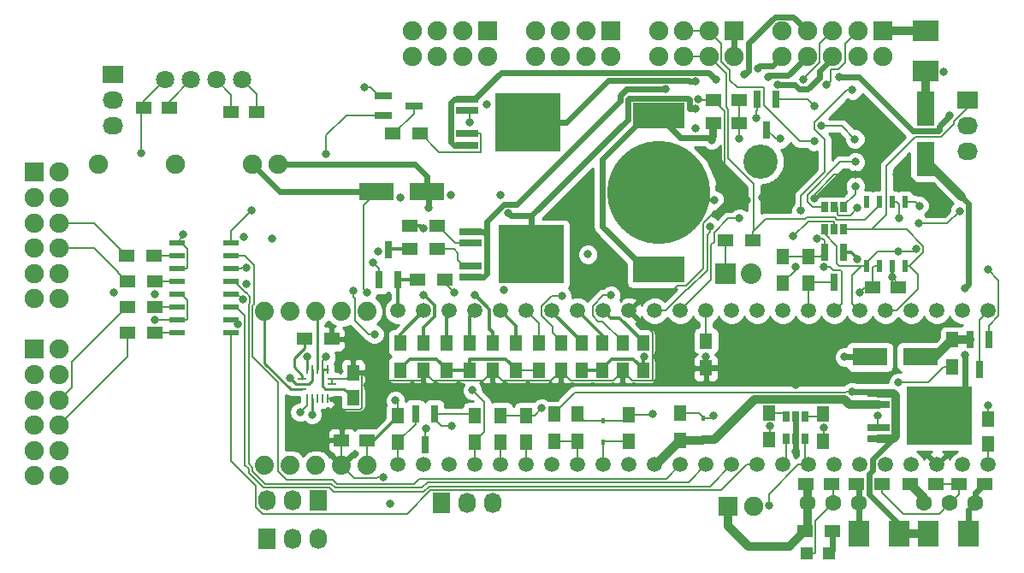
<source format=gbl>
G04 #@! TF.FileFunction,Copper,L4,Bot,Signal*
%FSLAX46Y46*%
G04 Gerber Fmt 4.6, Leading zero omitted, Abs format (unit mm)*
G04 Created by KiCad (PCBNEW 4.0.6) date 06/03/17 00:39:33*
%MOMM*%
%LPD*%
G01*
G04 APERTURE LIST*
%ADD10C,0.100000*%
%ADD11C,1.800000*%
%ADD12C,3.401060*%
%ADD13O,2.032000X2.032000*%
%ADD14R,2.032000X2.032000*%
%ADD15R,5.080000X2.540000*%
%ADD16C,10.200000*%
%ADD17R,1.800860X3.500120*%
%ADD18C,1.500000*%
%ADD19C,1.600000*%
%ADD20R,1.250000X1.500000*%
%ADD21R,1.500000X1.250000*%
%ADD22R,0.450000X0.590000*%
%ADD23R,2.500000X2.000000*%
%ADD24R,2.000000X2.500000*%
%ADD25O,1.727200X2.032000*%
%ADD26R,1.727200X2.032000*%
%ADD27O,2.032000X1.727200*%
%ADD28R,2.032000X1.727200*%
%ADD29R,1.800860X0.800100*%
%ADD30R,0.800100X1.800860*%
%ADD31R,1.300000X1.500000*%
%ADD32R,1.500000X1.300000*%
%ADD33R,2.200000X0.800000*%
%ADD34R,6.400000X5.800000*%
%ADD35R,0.850000X0.250000*%
%ADD36R,0.250000X0.850000*%
%ADD37C,1.879600*%
%ADD38R,0.650000X1.060000*%
%ADD39R,0.508000X1.143000*%
%ADD40R,1.498600X0.599440*%
%ADD41C,1.900000*%
%ADD42R,3.500120X1.800860*%
%ADD43R,1.900000X1.900000*%
%ADD44R,1.200000X1.200000*%
%ADD45C,0.800000*%
%ADD46C,0.203200*%
%ADD47C,0.304800*%
%ADD48C,0.609600*%
%ADD49C,0.254000*%
%ADD50C,0.812800*%
G04 APERTURE END LIST*
D10*
D11*
X55689500Y-81280000D03*
X58229500Y-81280000D03*
X60769500Y-81280000D03*
X63309500Y-81280000D03*
D12*
X114627660Y-89357200D03*
D13*
X113665000Y-100457000D03*
D14*
X111125000Y-100457000D03*
D15*
X104521000Y-100076000D03*
X104521000Y-84836000D03*
D16*
X104521000Y-92456000D03*
D17*
X130937000Y-84114640D03*
X130937000Y-89113360D03*
D18*
X78740000Y-104140000D03*
X78740000Y-119380000D03*
X81280000Y-104140000D03*
X81280000Y-119380000D03*
X83820000Y-104140000D03*
X83820000Y-119380000D03*
X86360000Y-104140000D03*
X86360000Y-119380000D03*
X88900000Y-104140000D03*
X88900000Y-119380000D03*
X91440000Y-104140000D03*
X91440000Y-119380000D03*
X93980000Y-104140000D03*
X93980000Y-119380000D03*
X96520000Y-104140000D03*
X96520000Y-119380000D03*
X99060000Y-104140000D03*
X99060000Y-119380000D03*
X101600000Y-104140000D03*
X101600000Y-119380000D03*
X104140000Y-104140000D03*
X104140000Y-119380000D03*
X106680000Y-104140000D03*
X106680000Y-119380000D03*
X109220000Y-104140000D03*
X109220000Y-119380000D03*
X111760000Y-104140000D03*
X111760000Y-119380000D03*
X114300000Y-104140000D03*
X114300000Y-119380000D03*
X116840000Y-104140000D03*
X116840000Y-119380000D03*
X119380000Y-104140000D03*
X119380000Y-119380000D03*
X121920000Y-104140000D03*
X121920000Y-119380000D03*
X124460000Y-104140000D03*
X124460000Y-119380000D03*
X127000000Y-104140000D03*
X127000000Y-119380000D03*
X129540000Y-104140000D03*
X129540000Y-119380000D03*
X132080000Y-104140000D03*
X132080000Y-119380000D03*
X134620000Y-104140000D03*
X134620000Y-119380000D03*
X137160000Y-104140000D03*
X137160000Y-119380000D03*
D19*
X130810000Y-123190000D03*
X133350000Y-123190000D03*
X135890000Y-123190000D03*
D20*
X74295000Y-112756000D03*
X74295000Y-110256000D03*
D21*
X75672000Y-116967000D03*
X73172000Y-116967000D03*
D20*
X137160000Y-117328000D03*
X137160000Y-114828000D03*
D21*
X134259000Y-121285000D03*
X136759000Y-121285000D03*
X131933000Y-121285000D03*
X129433000Y-121285000D03*
X112502000Y-83312000D03*
X110002000Y-83312000D03*
X112502000Y-85598000D03*
X110002000Y-85598000D03*
X128250000Y-101854000D03*
X125750000Y-101854000D03*
X64750000Y-84455000D03*
X62250000Y-84455000D03*
X56094000Y-84074000D03*
X53594000Y-84074000D03*
D22*
X99060000Y-115023000D03*
X99060000Y-117133000D03*
X108966000Y-114769000D03*
X108966000Y-116879000D03*
D23*
X130937000Y-76422500D03*
X130937000Y-80422500D03*
D24*
X131223000Y-126238000D03*
X135223000Y-126238000D03*
D25*
X70866000Y-126682500D03*
X68326000Y-126682500D03*
D26*
X65786000Y-126682500D03*
D25*
X65786000Y-122936000D03*
X68326000Y-122936000D03*
D26*
X70866000Y-122936000D03*
D25*
X88138000Y-123190000D03*
X85598000Y-123190000D03*
D26*
X83058000Y-123190000D03*
D27*
X135128000Y-88392000D03*
X135128000Y-85852000D03*
D28*
X135128000Y-83312000D03*
D27*
X50546000Y-85852000D03*
X50546000Y-83312000D03*
D28*
X50546000Y-80772000D03*
D29*
X80319880Y-83835200D03*
X77317600Y-82885200D03*
X77317600Y-84785200D03*
D30*
X77790000Y-98066860D03*
X76840000Y-101069140D03*
X78740000Y-101069140D03*
X115189000Y-86210140D03*
X116139000Y-83207860D03*
X114239000Y-83207860D03*
X81404500Y-117365780D03*
X82354500Y-114363500D03*
X80454500Y-114363500D03*
D31*
X86360000Y-114474000D03*
X86360000Y-117174000D03*
D32*
X78202800Y-86614000D03*
X80902800Y-86614000D03*
X83392000Y-101092000D03*
X80692000Y-101092000D03*
X79930000Y-98044000D03*
X82630000Y-98044000D03*
D31*
X101600000Y-114394000D03*
X101600000Y-117094000D03*
D32*
X79930000Y-95758000D03*
X82630000Y-95758000D03*
D31*
X81250104Y-109990202D03*
X81250104Y-107290202D03*
X88108104Y-109990202D03*
X88108104Y-107290202D03*
X78964104Y-109990202D03*
X78964104Y-107290202D03*
X83536104Y-109990202D03*
X83536104Y-107290202D03*
X85822104Y-109990202D03*
X85822104Y-107290202D03*
X90394104Y-109990202D03*
X90394104Y-107290202D03*
X94859116Y-109990202D03*
X94859116Y-107290202D03*
X100955116Y-109990202D03*
X100955116Y-107290202D03*
X92710000Y-110015000D03*
X92710000Y-107315000D03*
X96891116Y-109990202D03*
X96891116Y-107290202D03*
X98923116Y-109990202D03*
X98923116Y-107290202D03*
X102987116Y-109990202D03*
X102987116Y-107290202D03*
X94234000Y-117047000D03*
X94234000Y-114347000D03*
X96520000Y-114347000D03*
X96520000Y-117047000D03*
D32*
X69469000Y-106934000D03*
X72169000Y-106934000D03*
D31*
X120777000Y-114347000D03*
X120777000Y-117047000D03*
X115443000Y-114220000D03*
X115443000Y-116920000D03*
X133604000Y-106981000D03*
X133604000Y-109681000D03*
X106680000Y-114267000D03*
X106680000Y-116967000D03*
X109220000Y-109808000D03*
X109220000Y-107108000D03*
D32*
X113872000Y-97155000D03*
X111172000Y-97155000D03*
D31*
X91440000Y-117174000D03*
X91440000Y-114474000D03*
X88900000Y-117174000D03*
X88900000Y-114474000D03*
X78740000Y-114474000D03*
X78740000Y-117174000D03*
D32*
X51990000Y-106299000D03*
X54690000Y-106299000D03*
X51990000Y-103759000D03*
X54690000Y-103759000D03*
X51990000Y-101219000D03*
X54690000Y-101219000D03*
X51910000Y-98679000D03*
X54610000Y-98679000D03*
D33*
X85567000Y-84331000D03*
X85567000Y-86611000D03*
X85567000Y-83191000D03*
D34*
X91567000Y-85471000D03*
D33*
X85567000Y-87751000D03*
X85948000Y-97412000D03*
X85948000Y-99692000D03*
X85948000Y-96272000D03*
D34*
X91948000Y-98552000D03*
D33*
X85948000Y-100832000D03*
D35*
X72214000Y-111879000D03*
X72214000Y-111379000D03*
X72214000Y-110879000D03*
D36*
X71739000Y-109904000D03*
X71239000Y-109904000D03*
X70739000Y-109904000D03*
X70239000Y-109904000D03*
X69739000Y-109904000D03*
D35*
X69264000Y-110879000D03*
X69264000Y-111379000D03*
X69264000Y-111879000D03*
D36*
X69739000Y-112854000D03*
X70239000Y-112854000D03*
X70739000Y-112854000D03*
X71239000Y-112854000D03*
X71739000Y-112854000D03*
D37*
X65551642Y-104203230D03*
X68091642Y-104203230D03*
X70631642Y-104203230D03*
X73171642Y-104203230D03*
X75711642Y-104203230D03*
X65551642Y-119443230D03*
X68091642Y-119443230D03*
X70631642Y-119443230D03*
X73171642Y-119443230D03*
X75711642Y-119443230D03*
D38*
X118110000Y-114597000D03*
X119060000Y-114597000D03*
X117160000Y-114597000D03*
X117160000Y-116797000D03*
X118110000Y-116797000D03*
X119060000Y-116797000D03*
D30*
X136271000Y-109959140D03*
X137221000Y-106956860D03*
X135321000Y-106956860D03*
D33*
X126334000Y-113414000D03*
X126334000Y-115694000D03*
X126334000Y-112274000D03*
D34*
X132334000Y-114554000D03*
D33*
X126334000Y-116834000D03*
D38*
X121920000Y-93896000D03*
X122870000Y-93896000D03*
X120970000Y-93896000D03*
X120970000Y-96096000D03*
X121920000Y-96096000D03*
X122870000Y-96096000D03*
D39*
X128905000Y-99695000D03*
X127635000Y-99695000D03*
X126365000Y-99695000D03*
X125095000Y-99695000D03*
X125095000Y-93345000D03*
X126365000Y-93345000D03*
X127635000Y-93345000D03*
X128905000Y-93345000D03*
D40*
X62230000Y-106299000D03*
X62230000Y-105029000D03*
X62230000Y-103759000D03*
X62230000Y-102489000D03*
X62230000Y-101224080D03*
X62230000Y-99954080D03*
X62230000Y-98684080D03*
X62230000Y-97414080D03*
X56835040Y-97414080D03*
X56835040Y-98684080D03*
X56835040Y-99954080D03*
X56835040Y-101224080D03*
X56835040Y-102489000D03*
X56835040Y-103759000D03*
X56835040Y-105029000D03*
X56835040Y-106299000D03*
D41*
X56705500Y-89598500D03*
X49085500Y-89598500D03*
X64325500Y-89598500D03*
X66865500Y-89598500D03*
D42*
X125430280Y-108712000D03*
X130429000Y-108712000D03*
X76621640Y-92329000D03*
X81620360Y-92329000D03*
D30*
X121920000Y-101323140D03*
X122870000Y-98320860D03*
X120970000Y-98320860D03*
D31*
X119380000Y-98726000D03*
X119380000Y-101426000D03*
X116840000Y-101426000D03*
X116840000Y-98726000D03*
D21*
X126599000Y-121285000D03*
X124099000Y-121285000D03*
X121646000Y-121285000D03*
X119146000Y-121285000D03*
D24*
X124365000Y-126238000D03*
X128365000Y-126238000D03*
D32*
X121746000Y-125984000D03*
X119046000Y-125984000D03*
D19*
X119253000Y-123190000D03*
X121793000Y-123190000D03*
X124333000Y-123190000D03*
D43*
X87630000Y-76454000D03*
D41*
X85130000Y-76454000D03*
X82630000Y-76454000D03*
X80130000Y-76454000D03*
X87630000Y-78954000D03*
X85130000Y-78954000D03*
X82630000Y-78954000D03*
X80130000Y-78954000D03*
D43*
X99822000Y-76454000D03*
D41*
X97322000Y-76454000D03*
X94822000Y-76454000D03*
X92322000Y-76454000D03*
X99822000Y-78954000D03*
X97322000Y-78954000D03*
X94822000Y-78954000D03*
X92322000Y-78954000D03*
D43*
X112014000Y-76454000D03*
D41*
X109514000Y-76454000D03*
X107014000Y-76454000D03*
X104514000Y-76454000D03*
X112014000Y-78954000D03*
X109514000Y-78954000D03*
X107014000Y-78954000D03*
X104514000Y-78954000D03*
D44*
X121369000Y-128143000D03*
X119169000Y-128143000D03*
D43*
X126746000Y-76454000D03*
D41*
X124246000Y-76454000D03*
X121746000Y-76454000D03*
X119246000Y-76454000D03*
X116746000Y-76454000D03*
X126746000Y-78954000D03*
X124246000Y-78954000D03*
X121746000Y-78954000D03*
X119246000Y-78954000D03*
X116746000Y-78954000D03*
D43*
X111399000Y-123501000D03*
D41*
X113899000Y-123501000D03*
D43*
X42712000Y-107950000D03*
D41*
X42712000Y-110450000D03*
X42712000Y-112950000D03*
X42712000Y-115450000D03*
X42712000Y-117950000D03*
X42712000Y-120450000D03*
X45212000Y-107950000D03*
X45212000Y-110450000D03*
X45212000Y-112950000D03*
X45212000Y-115450000D03*
X45212000Y-117950000D03*
X45212000Y-120450000D03*
D43*
X42712000Y-90424000D03*
D41*
X42712000Y-92924000D03*
X42712000Y-95424000D03*
X42712000Y-97924000D03*
X42712000Y-100424000D03*
X42712000Y-102924000D03*
X45212000Y-90424000D03*
X45212000Y-92924000D03*
X45212000Y-95424000D03*
X45212000Y-97924000D03*
X45212000Y-100424000D03*
X45212000Y-102924000D03*
D45*
X63376592Y-103039740D03*
X62871390Y-105421468D03*
X63696802Y-99872800D03*
X77914500Y-123234410D03*
X76263500Y-99377500D03*
X124206000Y-93980000D03*
X117856000Y-96774000D03*
X71628000Y-108712000D03*
X63505723Y-96815345D03*
X112477448Y-87077448D03*
X84074000Y-115570000D03*
X78486000Y-113030000D03*
X110064590Y-93207954D03*
X75438000Y-82042000D03*
X108204000Y-86106000D03*
X84328000Y-102362000D03*
X64262000Y-94234000D03*
X79038865Y-110340193D03*
X127635000Y-100838000D03*
X137160000Y-113538000D03*
X122936000Y-108712000D03*
X119925410Y-83883500D03*
X130324189Y-93732796D03*
X118046500Y-99777590D03*
X124158838Y-99015590D03*
X109972308Y-114480808D03*
X69024500Y-114173000D03*
X103949500Y-114363500D03*
X68072000Y-110807500D03*
X103060500Y-108712000D03*
X97536000Y-98552000D03*
X81216500Y-95948500D03*
X109766615Y-87221115D03*
X119920270Y-93010668D03*
X77295047Y-120605567D03*
X113284000Y-93218000D03*
X114808000Y-92964000D03*
X118364000Y-91440000D03*
X124005292Y-90678000D03*
X128062452Y-90602573D03*
X131826000Y-92661788D03*
X105664000Y-102362000D03*
X108461168Y-83214252D03*
X109220000Y-108712000D03*
X105156000Y-109982000D03*
X118110000Y-111506000D03*
X118110000Y-118110000D03*
X63746096Y-101492322D03*
X89249991Y-102029802D03*
X132764802Y-80518000D03*
X76812148Y-98298000D03*
X78949502Y-92964000D03*
X83948222Y-92710000D03*
X88900000Y-92710000D03*
X66294000Y-97028000D03*
X92964000Y-113792000D03*
X124460000Y-102362000D03*
X134810500Y-101917500D03*
X134810500Y-108521500D03*
X134493000Y-92837000D03*
X53276500Y-88519000D03*
X54632249Y-105069803D03*
X54673500Y-102531198D03*
X50609500Y-102362000D03*
X57492344Y-96584825D03*
X85852000Y-85512198D03*
X120904000Y-115674802D03*
X115570000Y-115570000D03*
X116586000Y-87122000D03*
X120650000Y-85852000D03*
X123962706Y-87126355D03*
X123995413Y-91800973D03*
X124005292Y-89408000D03*
X75692000Y-102362000D03*
X81534000Y-115824000D03*
X81788000Y-93980000D03*
X89662000Y-94488000D03*
X108143506Y-84139026D03*
X116332000Y-81729628D03*
X87503000Y-83693000D03*
X133350000Y-84836000D03*
X122428000Y-81026000D03*
X123634500Y-112141000D03*
X115409492Y-80985942D03*
X105231211Y-82200393D03*
X109652986Y-95765576D03*
X118872000Y-81280000D03*
X121158000Y-81788000D03*
X112522000Y-94996000D03*
X120904000Y-99822000D03*
X118618000Y-94234000D03*
X123698000Y-82296000D03*
X108184061Y-81412990D03*
X114329211Y-80101576D03*
X70231000Y-114427000D03*
X115421668Y-123375844D03*
X74333188Y-102168743D03*
X76391052Y-106453584D03*
X134327889Y-94286662D03*
X130302000Y-95504000D03*
X130048000Y-98044000D03*
X128270000Y-98298000D03*
X128333500Y-94996000D03*
X119925410Y-87376000D03*
X71628000Y-88646000D03*
X86106000Y-112014000D03*
X114183749Y-85067101D03*
X81280000Y-102616000D03*
X86360000Y-102616000D03*
X94932500Y-102679500D03*
X99822000Y-102616000D03*
X137160000Y-100076000D03*
X126238000Y-114554000D03*
X128270000Y-111252000D03*
X69723000Y-108648500D03*
X120166490Y-96949856D03*
X110184146Y-81269211D03*
X113030000Y-80772000D03*
D46*
X62230000Y-102489000D02*
X62825852Y-102489000D01*
X62825852Y-102489000D02*
X63376592Y-103039740D01*
X62471391Y-105021469D02*
X62871390Y-105421468D01*
X62230000Y-105029000D02*
X62237531Y-105021469D01*
X62237531Y-105021469D02*
X62471391Y-105021469D01*
X63258701Y-99877879D02*
X63691723Y-99877879D01*
X63691723Y-99877879D02*
X63696802Y-99872800D01*
X63309500Y-81280000D02*
X64750000Y-82720500D01*
X64750000Y-82720500D02*
X64750000Y-84455000D01*
X76840000Y-101069140D02*
X76840000Y-99954000D01*
X76840000Y-99954000D02*
X76263500Y-99377500D01*
X121825017Y-95286599D02*
X119343401Y-95286599D01*
X121920000Y-95381582D02*
X121825017Y-95286599D01*
X119343401Y-95286599D02*
X117856000Y-96774000D01*
X121920000Y-96096000D02*
X121920000Y-95381582D01*
X122265599Y-93896000D02*
X122265599Y-94649521D01*
X123480599Y-94705401D02*
X124206000Y-93980000D01*
X121920000Y-93896000D02*
X122265599Y-93896000D01*
X122265599Y-94649521D02*
X122321479Y-94705401D01*
X122321479Y-94705401D02*
X123480599Y-94705401D01*
X71239000Y-109904000D02*
X71239000Y-109101000D01*
X71239000Y-109101000D02*
X71628000Y-108712000D01*
X62230000Y-99954080D02*
X63182500Y-99954080D01*
X63182500Y-99954080D02*
X63258701Y-99877879D01*
X112502000Y-87052896D02*
X112477448Y-87077448D01*
X112502000Y-85598000D02*
X112502000Y-87052896D01*
X82354500Y-114363500D02*
X82354500Y-114863880D01*
X82354500Y-114863880D02*
X83060620Y-115570000D01*
X83060620Y-115570000D02*
X84074000Y-115570000D01*
X82354500Y-114363500D02*
X86249500Y-114363500D01*
X86249500Y-114363500D02*
X86360000Y-114474000D01*
X78740000Y-113284000D02*
X78486000Y-113030000D01*
X78740000Y-114474000D02*
X78740000Y-113284000D01*
D47*
X109498905Y-93207954D02*
X110064590Y-93207954D01*
X104521000Y-92456000D02*
X105272954Y-93207954D01*
X105272954Y-93207954D02*
X109498905Y-93207954D01*
D46*
X134259000Y-121285000D02*
X134259000Y-122281000D01*
X134259000Y-122281000D02*
X133350000Y-123190000D01*
X134259000Y-121285000D02*
X131933000Y-121285000D01*
X77317600Y-82885200D02*
X76817220Y-82885200D01*
X76817220Y-82885200D02*
X75974020Y-82042000D01*
X75974020Y-82042000D02*
X75438000Y-82042000D01*
X83392000Y-101092000D02*
X83392000Y-101426000D01*
X83392000Y-101426000D02*
X84328000Y-102362000D01*
X62230000Y-97414080D02*
X62230000Y-96266000D01*
X62230000Y-96266000D02*
X64262000Y-94234000D01*
X61780420Y-99954080D02*
X62230000Y-99954080D01*
D47*
X79038865Y-109964963D02*
X79038865Y-110340193D01*
X78964104Y-109890202D02*
X79038865Y-109964963D01*
D46*
X92710000Y-110015000D02*
X90418902Y-110015000D01*
X90418902Y-110015000D02*
X90394104Y-109990202D01*
D47*
X127635000Y-99695000D02*
X127635000Y-100838000D01*
D46*
X128250000Y-101453000D02*
X127635000Y-100838000D01*
X128250000Y-101854000D02*
X128250000Y-101453000D01*
X137160000Y-114828000D02*
X137160000Y-113538000D01*
X136271000Y-109959140D02*
X136271000Y-105029000D01*
X136271000Y-105029000D02*
X137160000Y-104140000D01*
D48*
X125430280Y-108712000D02*
X122936000Y-108712000D01*
D46*
X119249770Y-83207860D02*
X119925410Y-83883500D01*
X116139000Y-83207860D02*
X119249770Y-83207860D01*
X129936393Y-93345000D02*
X130324189Y-93732796D01*
X128905000Y-93345000D02*
X129936393Y-93345000D01*
X118046500Y-100119500D02*
X118046500Y-99777590D01*
X116840000Y-101426000D02*
X116840000Y-101326000D01*
X116840000Y-101326000D02*
X118046500Y-100119500D01*
D47*
X124158838Y-98904848D02*
X124158838Y-99015590D01*
X123574850Y-98320860D02*
X124158838Y-98904848D01*
X122870000Y-98320860D02*
X123574850Y-98320860D01*
D46*
X126599000Y-121285000D02*
X126599000Y-122113200D01*
X126599000Y-122113200D02*
X128755201Y-124269401D01*
X128755201Y-124269401D02*
X132270599Y-124269401D01*
X132270599Y-124269401D02*
X133350000Y-123190000D01*
X119169000Y-128143000D02*
X119972200Y-128143000D01*
X119972200Y-128143000D02*
X120075401Y-128039799D01*
X120075401Y-128039799D02*
X120075401Y-124907599D01*
X120075401Y-124907599D02*
X121793000Y-123190000D01*
X121793000Y-123190000D02*
X121793000Y-121432000D01*
X121793000Y-121432000D02*
X121646000Y-121285000D01*
X109684116Y-114769000D02*
X109972308Y-114480808D01*
X108966000Y-114769000D02*
X109684116Y-114769000D01*
X69739000Y-112854000D02*
X69739000Y-113458500D01*
X69739000Y-113458500D02*
X69024500Y-114173000D01*
X103919000Y-114394000D02*
X103949500Y-114363500D01*
X101600000Y-114394000D02*
X103919000Y-114394000D01*
D47*
X78964104Y-109990202D02*
X78964104Y-109890202D01*
D46*
X106680000Y-114267000D02*
X108534000Y-114267000D01*
X108534000Y-114267000D02*
X108966000Y-114699000D01*
X108966000Y-114699000D02*
X108966000Y-114769000D01*
X99060000Y-115023000D02*
X97196000Y-115023000D01*
X97196000Y-115023000D02*
X96520000Y-114347000D01*
X99060000Y-115023000D02*
X100971000Y-115023000D01*
X100971000Y-115023000D02*
X101600000Y-114394000D01*
X75711642Y-119443230D02*
X75711642Y-117006642D01*
X75711642Y-117006642D02*
X75672000Y-116967000D01*
D49*
X68643500Y-111379000D02*
X68072000Y-110807500D01*
X69264000Y-111379000D02*
X68643500Y-111379000D01*
X72214000Y-111879000D02*
X71535000Y-111879000D01*
X71535000Y-111879000D02*
X71239000Y-111583000D01*
X71239000Y-111583000D02*
X71239000Y-109904000D01*
X70239000Y-109904000D02*
X70239000Y-111083000D01*
X70239000Y-111083000D02*
X69943000Y-111379000D01*
X69943000Y-111379000D02*
X69264000Y-111379000D01*
X71239000Y-109904000D02*
X71739000Y-109904000D01*
X72214000Y-111879000D02*
X73418000Y-111879000D01*
X73418000Y-111879000D02*
X74295000Y-112756000D01*
D47*
X78740000Y-114474000D02*
X78740000Y-114574000D01*
X78740000Y-114574000D02*
X76347000Y-116967000D01*
X76347000Y-116967000D02*
X75672000Y-116967000D01*
X102987116Y-109990202D02*
X102987116Y-108785384D01*
X102987116Y-108785384D02*
X103060500Y-108712000D01*
X98923116Y-109990202D02*
X98923116Y-109890202D01*
X98923116Y-109890202D02*
X99903317Y-108910001D01*
X99903317Y-108910001D02*
X102006915Y-108910001D01*
X102006915Y-108910001D02*
X102987116Y-109890202D01*
X102987116Y-109890202D02*
X102987116Y-109990202D01*
X96891116Y-109990202D02*
X98923116Y-109990202D01*
X92710000Y-110015000D02*
X92710000Y-109915000D01*
X96891116Y-109890202D02*
X96891116Y-109990202D01*
X92685202Y-109990202D02*
X92710000Y-110015000D01*
X85822104Y-109990202D02*
X85822104Y-108935402D01*
X85822104Y-108935402D02*
X85847505Y-108910001D01*
X85847505Y-108910001D02*
X89413903Y-108910001D01*
X89413903Y-108910001D02*
X90394104Y-109890202D01*
X90394104Y-109890202D02*
X90394104Y-109990202D01*
X83536104Y-109990202D02*
X85822104Y-109990202D01*
X78964104Y-109890202D02*
X79944305Y-108910001D01*
X79944305Y-108910001D02*
X82555903Y-108910001D01*
X82555903Y-108910001D02*
X83536104Y-109890202D01*
X83536104Y-109890202D02*
X83536104Y-109990202D01*
X79930000Y-95758000D02*
X81026000Y-95758000D01*
X81026000Y-95758000D02*
X81216500Y-95948500D01*
D46*
X112502000Y-85598000D02*
X112502000Y-83312000D01*
D48*
X110002000Y-86832600D02*
X110002000Y-85598000D01*
X104521000Y-84836000D02*
X106673601Y-86988601D01*
X109845999Y-86988601D02*
X110002000Y-86832600D01*
X106673601Y-86988601D02*
X109845999Y-86988601D01*
X110002000Y-85598000D02*
X109766615Y-85833385D01*
X109766615Y-85833385D02*
X109766615Y-87221115D01*
X104521000Y-84836000D02*
X103251000Y-84836000D01*
X98938399Y-95763399D02*
X103251000Y-100076000D01*
X103251000Y-84836000D02*
X98938399Y-89148601D01*
X98938399Y-89148601D02*
X98938399Y-95763399D01*
X103251000Y-100076000D02*
X104521000Y-100076000D01*
D46*
X81250104Y-110090202D02*
X81250104Y-109990202D01*
X82179505Y-111019603D02*
X81250104Y-110090202D01*
X87178703Y-111019603D02*
X82179505Y-111019603D01*
X88108104Y-110090202D02*
X87178703Y-111019603D01*
X119920270Y-92634922D02*
X119920270Y-93010668D01*
X121877192Y-90678000D02*
X119920270Y-92634922D01*
X124005292Y-90678000D02*
X121877192Y-90678000D01*
X74435419Y-120707007D02*
X76627922Y-120707007D01*
X76729362Y-120605567D02*
X77295047Y-120605567D01*
X73171642Y-119443230D02*
X74435419Y-120707007D01*
X76627922Y-120707007D02*
X76729362Y-120605567D01*
X113284000Y-93218000D02*
X111239730Y-93218000D01*
X111239730Y-93218000D02*
X111031401Y-93426329D01*
X118364000Y-91440000D02*
X116332000Y-91440000D01*
X116332000Y-91440000D02*
X114808000Y-92964000D01*
X131826000Y-92661788D02*
X131260315Y-92661788D01*
X131260315Y-92661788D02*
X129201100Y-90602573D01*
X129201100Y-90602573D02*
X128062452Y-90602573D01*
X107284521Y-101625401D02*
X108966000Y-99943922D01*
X111031401Y-93426329D02*
X111031401Y-84341401D01*
X111031401Y-84341401D02*
X110002000Y-83312000D01*
X108966000Y-95491730D02*
X111031401Y-93426329D01*
X106400599Y-101625401D02*
X107284521Y-101625401D01*
X105664000Y-102362000D02*
X106400599Y-101625401D01*
X108966000Y-99943922D02*
X108966000Y-95491730D01*
X110002000Y-83312000D02*
X108558916Y-83312000D01*
X108558916Y-83312000D02*
X108461168Y-83214252D01*
X72169000Y-106934000D02*
X73122200Y-106934000D01*
X73122200Y-106934000D02*
X74295000Y-108106800D01*
X74295000Y-108106800D02*
X74295000Y-110256000D01*
X81250104Y-110943402D02*
X81173903Y-111019603D01*
X81250104Y-109990202D02*
X81250104Y-110943402D01*
X81173903Y-111019603D02*
X75886803Y-111019603D01*
X75886803Y-111019603D02*
X75123200Y-110256000D01*
X74295000Y-110256000D02*
X75123200Y-110256000D01*
X75123200Y-110256000D02*
X75199401Y-110332201D01*
X75199401Y-110332201D02*
X75199401Y-113729521D01*
X74970122Y-113958800D02*
X73172000Y-113958800D01*
X75199401Y-113729521D02*
X74970122Y-113958800D01*
X72214000Y-110879000D02*
X73672000Y-110879000D01*
X73672000Y-110879000D02*
X74295000Y-110256000D01*
X72214000Y-111379000D02*
X72214000Y-110879000D01*
X73172000Y-116967000D02*
X73172000Y-113958800D01*
X73172000Y-113958800D02*
X72067200Y-112854000D01*
X72067200Y-112854000D02*
X71739000Y-112854000D01*
X109220000Y-108712000D02*
X109220000Y-109808000D01*
X103860637Y-111019603D02*
X104118397Y-111019603D01*
X104118397Y-111019603D02*
X105156000Y-109982000D01*
X100955116Y-109990202D02*
X100955116Y-110090202D01*
X102489835Y-104889999D02*
X102349999Y-104889999D01*
X100955116Y-110090202D02*
X101884517Y-111019603D01*
X101884517Y-111019603D02*
X103860637Y-111019603D01*
X103860637Y-111019603D02*
X103916517Y-110963723D01*
X103916517Y-110963723D02*
X103916517Y-106316681D01*
X103916517Y-106316681D02*
X102489835Y-104889999D01*
X102349999Y-104889999D02*
X101600000Y-104140000D01*
X94859116Y-109990202D02*
X94859116Y-110090202D01*
X94859116Y-110090202D02*
X95788517Y-111019603D01*
X95788517Y-111019603D02*
X100025715Y-111019603D01*
X100025715Y-111019603D02*
X100955116Y-110090202D01*
X88108104Y-109990202D02*
X88108104Y-110090202D01*
X88108104Y-110090202D02*
X89062303Y-111044401D01*
X89062303Y-111044401D02*
X93904917Y-111044401D01*
X93904917Y-111044401D02*
X94859116Y-110090202D01*
D48*
X109220000Y-109808000D02*
X116412000Y-109808000D01*
X116412000Y-109808000D02*
X118110000Y-111506000D01*
X118110000Y-116797000D02*
X118110000Y-118110000D01*
X118110000Y-116797000D02*
X118110000Y-114597000D01*
D46*
X73171642Y-119443230D02*
X73171642Y-116967358D01*
X73171642Y-116967358D02*
X73172000Y-116967000D01*
X60769500Y-81280000D02*
X62250000Y-82760500D01*
X62250000Y-82760500D02*
X62250000Y-84455000D01*
X91440000Y-114474000D02*
X92282000Y-114474000D01*
X92282000Y-114474000D02*
X92964000Y-113792000D01*
X88900000Y-114474000D02*
X91440000Y-114474000D01*
X124968000Y-101854000D02*
X124460000Y-102362000D01*
X125750000Y-101854000D02*
X124968000Y-101854000D01*
X125750000Y-101854000D02*
X125750000Y-99852800D01*
X125750000Y-99852800D02*
X125907800Y-99695000D01*
X125907800Y-99695000D02*
X126365000Y-99695000D01*
X62250000Y-84455000D02*
X62125000Y-84455000D01*
D50*
X130810000Y-123190000D02*
X130810000Y-122662000D01*
X130810000Y-122662000D02*
X129433000Y-121285000D01*
D46*
X137160000Y-117328000D02*
X137160000Y-119380000D01*
D48*
X135210499Y-93554499D02*
X134493000Y-92837000D01*
X134810500Y-101917500D02*
X135210499Y-101517501D01*
X135210499Y-101517501D02*
X135210499Y-93554499D01*
X132334000Y-114554000D02*
X134810500Y-112077500D01*
X134810500Y-112077500D02*
X134810500Y-108521500D01*
D50*
X130937000Y-89113360D02*
X130937000Y-89281000D01*
X130937000Y-89281000D02*
X134493000Y-92837000D01*
D48*
X135890000Y-123190000D02*
X135890000Y-122154000D01*
X135890000Y-122154000D02*
X136759000Y-121285000D01*
X135223000Y-126238000D02*
X135223000Y-123857000D01*
X135223000Y-123857000D02*
X135890000Y-123190000D01*
D46*
X55689500Y-81280000D02*
X53594000Y-83375500D01*
X53594000Y-83375500D02*
X53594000Y-84074000D01*
X53276500Y-88519000D02*
X53276500Y-84391500D01*
X53276500Y-84391500D02*
X53594000Y-84074000D01*
X58229500Y-81280000D02*
X56094000Y-83415500D01*
X56094000Y-83415500D02*
X56094000Y-84074000D01*
X56835040Y-105029000D02*
X54673052Y-105029000D01*
X54673052Y-105029000D02*
X54632249Y-105069803D01*
X57492344Y-96584825D02*
X57492344Y-96756776D01*
X57492344Y-96756776D02*
X56835040Y-97414080D01*
X56835040Y-99954080D02*
X57787540Y-99954080D01*
X57284620Y-97414080D02*
X56835040Y-97414080D01*
X57787540Y-99954080D02*
X57863741Y-99877879D01*
X57863741Y-99877879D02*
X57863741Y-97993201D01*
X57863741Y-97993201D02*
X57284620Y-97414080D01*
X56835040Y-105029000D02*
X57787540Y-105029000D01*
X57787540Y-105029000D02*
X57863741Y-104952799D01*
X57863741Y-104952799D02*
X57863741Y-103068121D01*
X57863741Y-103068121D02*
X57284620Y-102489000D01*
X57284620Y-102489000D02*
X56835040Y-102489000D01*
X85852000Y-85512198D02*
X85852000Y-84616000D01*
X85852000Y-84616000D02*
X85567000Y-84331000D01*
X101600000Y-117094000D02*
X99099000Y-117094000D01*
X99099000Y-117094000D02*
X99060000Y-117133000D01*
X99060000Y-117133000D02*
X99060000Y-119380000D01*
X120904000Y-115674802D02*
X120904000Y-116920000D01*
X120904000Y-116920000D02*
X120777000Y-117047000D01*
X115570000Y-115570000D02*
X115570000Y-116793000D01*
X115570000Y-116793000D02*
X115443000Y-116920000D01*
X115363000Y-116840000D02*
X115443000Y-116920000D01*
D50*
X130937000Y-80422500D02*
X130937000Y-84114640D01*
X133604000Y-106981000D02*
X135296860Y-106981000D01*
X135296860Y-106981000D02*
X135321000Y-106956860D01*
X130429000Y-108712000D02*
X131873000Y-108712000D01*
X131873000Y-108712000D02*
X133604000Y-106981000D01*
X110003800Y-116879000D02*
X108966000Y-116879000D01*
X126334000Y-113414000D02*
X123450882Y-113414000D01*
X123450882Y-113414000D02*
X122922681Y-112885799D01*
X122922681Y-112885799D02*
X113997001Y-112885799D01*
X113997001Y-112885799D02*
X110003800Y-116879000D01*
X106680000Y-116967000D02*
X108878000Y-116967000D01*
X108878000Y-116967000D02*
X108966000Y-116879000D01*
X104140000Y-119380000D02*
X104267000Y-119380000D01*
X104267000Y-119380000D02*
X106680000Y-116967000D01*
D46*
X116586000Y-87122000D02*
X116100860Y-87122000D01*
X116100860Y-87122000D02*
X115189000Y-86210140D01*
X122688351Y-85852000D02*
X120650000Y-85852000D01*
X123962706Y-87126355D02*
X122688351Y-85852000D01*
X122870000Y-93896000D02*
X122870000Y-93691000D01*
X122870000Y-93691000D02*
X123995413Y-92565587D01*
X123995413Y-92565587D02*
X123995413Y-91800973D01*
X120970000Y-93896000D02*
X119800086Y-93896000D01*
X122517422Y-89408000D02*
X124005292Y-89408000D01*
X119800086Y-93896000D02*
X119240868Y-93336782D01*
X119240868Y-92684554D02*
X122517422Y-89408000D01*
X119240868Y-93336782D02*
X119240868Y-92684554D01*
X75292001Y-93658639D02*
X76621640Y-92329000D01*
X75292001Y-101962001D02*
X75292001Y-93658639D01*
X75692000Y-102362000D02*
X75292001Y-101962001D01*
X81404500Y-117365780D02*
X81404500Y-115953500D01*
X81404500Y-115953500D02*
X81534000Y-115824000D01*
D48*
X64325500Y-89598500D02*
X67056000Y-92329000D01*
X67056000Y-92329000D02*
X76621640Y-92329000D01*
X81788000Y-93980000D02*
X81788000Y-92496640D01*
X81788000Y-92496640D02*
X81620360Y-92329000D01*
X89916000Y-94742000D02*
X89662000Y-94488000D01*
X91948000Y-94742000D02*
X89916000Y-94742000D01*
X101594919Y-83083399D02*
X107447081Y-83083399D01*
X91948000Y-98552000D02*
X91948000Y-94742000D01*
X107447081Y-83083399D02*
X107574690Y-83211008D01*
X107574690Y-83211008D02*
X107574690Y-84135895D01*
X101498399Y-83179919D02*
X101594919Y-83083399D01*
X91948000Y-94742000D02*
X101498399Y-85191601D01*
X107577821Y-84139026D02*
X108143506Y-84139026D01*
X107574690Y-84135895D02*
X107577821Y-84139026D01*
X101498399Y-85191601D02*
X101498399Y-83179919D01*
X118015376Y-81729628D02*
X116332000Y-81729628D01*
X118448350Y-82162602D02*
X118015376Y-81729628D01*
X120420324Y-80425389D02*
X120420324Y-81037928D01*
X121746000Y-79099713D02*
X120420324Y-80425389D01*
X120420324Y-81037928D02*
X119295650Y-82162602D01*
X121746000Y-78954000D02*
X121746000Y-79099713D01*
X119295650Y-82162602D02*
X118448350Y-82162602D01*
X66865500Y-89598500D02*
X80399890Y-89598500D01*
X80399890Y-89598500D02*
X81620360Y-90818970D01*
X81620360Y-90818970D02*
X81620360Y-92329000D01*
D50*
X126746000Y-76454000D02*
X130905500Y-76454000D01*
X130905500Y-76454000D02*
X130937000Y-76422500D01*
D48*
X132320031Y-85865969D02*
X133350000Y-84836000D01*
X132223511Y-86347301D02*
X132320031Y-86250781D01*
X129650489Y-86347301D02*
X132223511Y-86347301D01*
X124329188Y-81026000D02*
X129650489Y-86347301D01*
X122428000Y-81026000D02*
X124329188Y-81026000D01*
X132320031Y-86250781D02*
X132320031Y-85865969D01*
D46*
X123009827Y-112199988D02*
X123068815Y-112141000D01*
X94234000Y-114347000D02*
X94234000Y-114247000D01*
X94234000Y-114247000D02*
X96281012Y-112199988D01*
X96281012Y-112199988D02*
X123009827Y-112199988D01*
X123068815Y-112141000D02*
X123634500Y-112141000D01*
D48*
X128365000Y-126238000D02*
X128365000Y-125294682D01*
X128365000Y-125294682D02*
X125366399Y-122296081D01*
X125366399Y-122296081D02*
X125366399Y-120297851D01*
X125730000Y-119934250D02*
X125730000Y-118849562D01*
X125366399Y-120297851D02*
X125730000Y-119934250D01*
X125730000Y-118849562D02*
X128018201Y-116561361D01*
X112014000Y-76454000D02*
X112014000Y-78954000D01*
X123634500Y-112141000D02*
X126201000Y-112141000D01*
X126201000Y-112141000D02*
X126334000Y-112274000D01*
D50*
X126334000Y-116834000D02*
X127745562Y-116834000D01*
X127745562Y-116834000D02*
X128018201Y-116561361D01*
X128018201Y-116561361D02*
X128018201Y-112546639D01*
X128018201Y-112546639D02*
X127745562Y-112274000D01*
X127745562Y-112274000D02*
X126334000Y-112274000D01*
X131223000Y-126238000D02*
X128365000Y-126238000D01*
D48*
X100710988Y-82853763D02*
X101364358Y-82200393D01*
X100710988Y-83341445D02*
X100710988Y-82853763D01*
X101364358Y-82200393D02*
X105231211Y-82200393D01*
X90447035Y-93605398D02*
X100710988Y-83341445D01*
X89238350Y-93605398D02*
X90447035Y-93605398D01*
X87530601Y-95313147D02*
X89238350Y-93605398D01*
X87530601Y-96625919D02*
X87530601Y-95313147D01*
X115548416Y-80847018D02*
X115409492Y-80985942D01*
X119246000Y-78954000D02*
X117352982Y-80847018D01*
X117352982Y-80847018D02*
X115548416Y-80847018D01*
X85948000Y-100832000D02*
X87176682Y-100832000D01*
X87176682Y-100832000D02*
X87530601Y-100478081D01*
X87530601Y-100478081D02*
X87530601Y-96625919D01*
X87530601Y-96625919D02*
X87176682Y-96272000D01*
X87176682Y-96272000D02*
X85948000Y-96272000D01*
D46*
X104140000Y-104140000D02*
X105200660Y-104140000D01*
X109652986Y-96331261D02*
X109652986Y-95765576D01*
X105200660Y-104140000D02*
X107334248Y-102006412D01*
X109347011Y-100101741D02*
X109347011Y-96637236D01*
X107442340Y-102006412D02*
X109347011Y-100101741D01*
X109347011Y-96637236D02*
X109652986Y-96331261D01*
X107334248Y-102006412D02*
X107442340Y-102006412D01*
X118872000Y-81147514D02*
X118872000Y-81280000D01*
X121746000Y-76454000D02*
X120475401Y-77724599D01*
X120475401Y-77724599D02*
X120475401Y-79544113D01*
X120475401Y-79544113D02*
X118872000Y-81147514D01*
X109728022Y-97597638D02*
X110033997Y-97291663D01*
X110033997Y-97291663D02*
X110033997Y-96390081D01*
X111428078Y-94996000D02*
X112522000Y-94996000D01*
X109728022Y-101091978D02*
X109728022Y-97597638D01*
X110033997Y-96390081D02*
X111428078Y-94996000D01*
X106680000Y-104140000D02*
X109728022Y-101091978D01*
X121158000Y-81788000D02*
X121557999Y-81388001D01*
X121557999Y-81388001D02*
X121557999Y-80183401D01*
X121557999Y-80183401D02*
X122336113Y-80183401D01*
X122336113Y-80183401D02*
X122975401Y-79544113D01*
X122975401Y-79544113D02*
X122975401Y-77724599D01*
X122975401Y-77724599D02*
X124246000Y-76454000D01*
X118618000Y-92768592D02*
X118618000Y-94234000D01*
X119970598Y-86178114D02*
X120976114Y-87183630D01*
X120976114Y-90410478D02*
X118618000Y-92768592D01*
X123132315Y-82296000D02*
X119970598Y-85457717D01*
X123698000Y-82296000D02*
X123132315Y-82296000D01*
X119970598Y-85457717D02*
X119970598Y-86178114D01*
X120976114Y-87183630D02*
X120976114Y-90410478D01*
X120904000Y-99822000D02*
X121469685Y-99822000D01*
X122669999Y-103390001D02*
X121920000Y-104140000D01*
X121469685Y-99822000D02*
X121790994Y-100143309D01*
X121790994Y-100143309D02*
X122543571Y-100143309D01*
X122543571Y-100143309D02*
X122669999Y-100269737D01*
X122669999Y-100269737D02*
X122669999Y-103390001D01*
D48*
X91567000Y-85471000D02*
X95376600Y-85471000D01*
X99529809Y-81317791D02*
X107523177Y-81317791D01*
X107523177Y-81317791D02*
X107618376Y-81412990D01*
X95376600Y-85471000D02*
X99529809Y-81317791D01*
X107618376Y-81412990D02*
X108184061Y-81412990D01*
X114526788Y-79903999D02*
X114329211Y-80101576D01*
X115796001Y-79903999D02*
X114526788Y-79903999D01*
X116746000Y-78954000D02*
X115796001Y-79903999D01*
D49*
X70231000Y-112862000D02*
X70239000Y-112854000D01*
X70231000Y-114427000D02*
X70231000Y-112862000D01*
X65551642Y-109330250D02*
X65551642Y-104203230D01*
X68100392Y-111879000D02*
X65551642Y-109330250D01*
X69264000Y-111879000D02*
X68100392Y-111879000D01*
D46*
X118319340Y-119380000D02*
X115421668Y-122277672D01*
X115421668Y-122277672D02*
X115421668Y-123375844D01*
X119380000Y-119380000D02*
X118319340Y-119380000D01*
X119060000Y-116797000D02*
X119060000Y-119060000D01*
X119060000Y-119060000D02*
X119380000Y-119380000D01*
X117160000Y-116797000D02*
X117160000Y-119060000D01*
X117160000Y-119060000D02*
X116840000Y-119380000D01*
X91440000Y-117174000D02*
X91440000Y-119380000D01*
X76391052Y-106453584D02*
X75825367Y-106453584D01*
X74492441Y-105120658D02*
X74492441Y-102893681D01*
X74333188Y-102734428D02*
X74333188Y-102168743D01*
X74492441Y-102893681D02*
X74333188Y-102734428D01*
X75825367Y-106453584D02*
X74492441Y-105120658D01*
X88900000Y-117174000D02*
X88900000Y-119380000D01*
X133110551Y-95504000D02*
X134327889Y-94286662D01*
X130302000Y-95504000D02*
X133110551Y-95504000D01*
X128270000Y-98298000D02*
X129794000Y-98298000D01*
X129794000Y-98298000D02*
X130048000Y-98044000D01*
X125095000Y-99377500D02*
X126174500Y-98298000D01*
X126174500Y-98298000D02*
X128270000Y-98298000D01*
X125095000Y-99695000D02*
X125095000Y-99377500D01*
X124637800Y-99695000D02*
X125095000Y-99695000D01*
X123710001Y-100622799D02*
X124637800Y-99695000D01*
X123710001Y-103390001D02*
X123710001Y-100622799D01*
X124460000Y-104140000D02*
X123710001Y-103390001D01*
X120970000Y-96517458D02*
X122190549Y-97738007D01*
X122190549Y-97738007D02*
X122190549Y-99444811D01*
X120970000Y-96096000D02*
X120970000Y-96517458D01*
X122190549Y-99444811D02*
X122440738Y-99695000D01*
X122440738Y-99695000D02*
X125095000Y-99695000D01*
X129105516Y-96096000D02*
X130727402Y-97717886D01*
X130727402Y-98329798D02*
X129362200Y-99695000D01*
X125623500Y-96096000D02*
X129105516Y-96096000D01*
X130727402Y-97717886D02*
X130727402Y-98329798D01*
X129362200Y-99695000D02*
X128905000Y-99695000D01*
X130182231Y-102018429D02*
X130182231Y-100515031D01*
X127000000Y-104140000D02*
X128060660Y-104140000D01*
X128060660Y-104140000D02*
X130182231Y-102018429D01*
X130182231Y-100515031D02*
X129362200Y-99695000D01*
X135128000Y-84063516D02*
X135128000Y-83312000D01*
X132514004Y-86931512D02*
X133775402Y-85670114D01*
X133775402Y-85670114D02*
X133775402Y-85416114D01*
X129965436Y-86931512D02*
X132514004Y-86931512D01*
X125623500Y-96096000D02*
X127101599Y-94617901D01*
X127101599Y-94617901D02*
X127101599Y-89795349D01*
X133775402Y-85416114D02*
X135128000Y-84063516D01*
X127101599Y-89795349D02*
X129965436Y-86931512D01*
X122870000Y-96096000D02*
X125623500Y-96096000D01*
X45212000Y-115450000D02*
X51990000Y-108672000D01*
X51990000Y-108672000D02*
X51990000Y-106299000D01*
X45212000Y-112950000D02*
X46441401Y-111720599D01*
X46441401Y-111720599D02*
X46441401Y-109207599D01*
X46441401Y-109207599D02*
X51890000Y-103759000D01*
X51890000Y-103759000D02*
X51990000Y-103759000D01*
X45085000Y-112799500D02*
X45085000Y-112119014D01*
X48655000Y-95424000D02*
X51910000Y-98679000D01*
X45212000Y-95424000D02*
X48655000Y-95424000D01*
X45212000Y-97924000D02*
X48695000Y-97924000D01*
X51036800Y-100365800D02*
X51890000Y-101219000D01*
X48695000Y-97924000D02*
X51036800Y-100265800D01*
X51036800Y-100265800D02*
X51036800Y-100365800D01*
X51890000Y-101219000D02*
X51990000Y-101219000D01*
X111172000Y-97155000D02*
X111172000Y-100410000D01*
X111172000Y-100410000D02*
X111125000Y-100457000D01*
X114918451Y-83816726D02*
X118477725Y-87376000D01*
X114918451Y-82083909D02*
X114918451Y-83816726D01*
X118477725Y-87376000D02*
X119925410Y-87376000D01*
X111588598Y-81308077D02*
X112308550Y-82028029D01*
X111588598Y-80348112D02*
X111588598Y-81308077D01*
X114862571Y-82028029D02*
X114918451Y-82083909D01*
X109514000Y-76454000D02*
X110743401Y-77683401D01*
X110743401Y-77683401D02*
X110743401Y-79502915D01*
X112308550Y-82028029D02*
X114862571Y-82028029D01*
X110743401Y-79502915D02*
X111588598Y-80348112D01*
X127635000Y-93345000D02*
X127635000Y-93662500D01*
X128333500Y-94996000D02*
X128333500Y-93586300D01*
X128333500Y-93586300D02*
X128092200Y-93345000D01*
X128092200Y-93345000D02*
X127635000Y-93345000D01*
X107014000Y-76454000D02*
X109514000Y-76454000D01*
X119012572Y-95078598D02*
X115095202Y-95078598D01*
X119185582Y-94905588D02*
X119012572Y-95078598D01*
X121982836Y-94905588D02*
X119185582Y-94905588D01*
X122163660Y-95086412D02*
X121982836Y-94905588D01*
X124941088Y-95086412D02*
X122163660Y-95086412D01*
X126365000Y-93345000D02*
X126365000Y-93662500D01*
X126365000Y-93662500D02*
X124941088Y-95086412D01*
X115095202Y-95078598D02*
X113872000Y-96301800D01*
X111207587Y-80647587D02*
X109514000Y-78954000D01*
X111412412Y-84183582D02*
X111207587Y-83978757D01*
X111412412Y-89029582D02*
X111412412Y-84183582D01*
X113963401Y-91580571D02*
X111412412Y-89029582D01*
X113872000Y-96301800D02*
X113963401Y-96210399D01*
X111207587Y-83978757D02*
X111207587Y-80647587D01*
X113963401Y-96210399D02*
X113963401Y-91580571D01*
X109514000Y-78954000D02*
X107014000Y-78954000D01*
X113872000Y-97155000D02*
X113872000Y-96301800D01*
X78202800Y-86614000D02*
X78302800Y-86614000D01*
X78302800Y-86614000D02*
X80319880Y-84596920D01*
X80319880Y-84596920D02*
X80319880Y-83835200D01*
X71628000Y-88646000D02*
X71628000Y-86771398D01*
X71628000Y-86771398D02*
X73614198Y-84785200D01*
X73614198Y-84785200D02*
X77317600Y-84785200D01*
X86360000Y-117174000D02*
X86360000Y-117074000D01*
X86360000Y-117074000D02*
X87289401Y-116144599D01*
X87289401Y-116144599D02*
X87289401Y-113197401D01*
X87289401Y-113197401D02*
X86106000Y-112014000D01*
X86360000Y-117174000D02*
X86360000Y-119380000D01*
D47*
X79930000Y-98044000D02*
X77812860Y-98044000D01*
X77812860Y-98044000D02*
X77790000Y-98066860D01*
X78740000Y-101069140D02*
X80669140Y-101069140D01*
X80669140Y-101069140D02*
X80692000Y-101092000D01*
X78740000Y-101069140D02*
X78740000Y-104140000D01*
D46*
X114183749Y-84366741D02*
X114183749Y-85067101D01*
X114239000Y-84311490D02*
X114183749Y-84366741D01*
X114239000Y-83207860D02*
X114239000Y-84311490D01*
X80454500Y-114363500D02*
X80454500Y-115359500D01*
X80454500Y-115359500D02*
X78740000Y-117074000D01*
X78740000Y-117074000D02*
X78740000Y-117174000D01*
X78740000Y-119380000D02*
X78740000Y-117174000D01*
X80902800Y-86614000D02*
X81002800Y-86614000D01*
X86946401Y-88374521D02*
X86946401Y-86687201D01*
X81002800Y-86614000D02*
X82819201Y-88430401D01*
X82819201Y-88430401D02*
X86890521Y-88430401D01*
X86890521Y-88430401D02*
X86946401Y-88374521D01*
X86946401Y-86687201D02*
X86870200Y-86611000D01*
X86870200Y-86611000D02*
X85567000Y-86611000D01*
X82630000Y-98044000D02*
X84300000Y-98044000D01*
X84300000Y-98044000D02*
X84644800Y-98388800D01*
X84644800Y-98388800D02*
X84644800Y-99088800D01*
X85248000Y-99692000D02*
X85948000Y-99692000D01*
X84644800Y-99088800D02*
X85248000Y-99692000D01*
X82630000Y-95758000D02*
X82730000Y-95758000D01*
X82730000Y-95758000D02*
X84384000Y-97412000D01*
X84384000Y-97412000D02*
X85948000Y-97412000D01*
D47*
X81250104Y-107290202D02*
X81250104Y-105768594D01*
X81250104Y-105768594D02*
X82360201Y-104658497D01*
X82360201Y-104658497D02*
X82360201Y-103621503D01*
X82360201Y-103621503D02*
X81354698Y-102616000D01*
X81354698Y-102616000D02*
X81280000Y-102616000D01*
X87819799Y-104001101D02*
X86434698Y-102616000D01*
X88108104Y-107290202D02*
X88108104Y-106235402D01*
X88108104Y-106235402D02*
X87819799Y-105947097D01*
X87819799Y-105947097D02*
X87819799Y-104001101D01*
X86434698Y-102616000D02*
X86360000Y-102616000D01*
X78964104Y-107290202D02*
X78964104Y-106455896D01*
X78964104Y-106455896D02*
X81280000Y-104140000D01*
X83536104Y-107290202D02*
X83536104Y-104423896D01*
X83536104Y-104423896D02*
X83820000Y-104140000D01*
X85822104Y-107290202D02*
X85822104Y-104677896D01*
X85822104Y-104677896D02*
X86360000Y-104140000D01*
X90394104Y-107290202D02*
X90394104Y-105634104D01*
X90394104Y-105634104D02*
X88900000Y-104140000D01*
D46*
X94859116Y-107190202D02*
X94005916Y-106337002D01*
X94005916Y-105689430D02*
X92950599Y-104634113D01*
X94005916Y-106337002D02*
X94005916Y-105689430D01*
X94859116Y-107290202D02*
X94859116Y-107190202D01*
X92950599Y-104634113D02*
X92950599Y-103645887D01*
X92950599Y-103645887D02*
X93916986Y-102679500D01*
X93916986Y-102679500D02*
X94932500Y-102679500D01*
X100955116Y-107190202D02*
X98934315Y-105169401D01*
X98934315Y-105169401D02*
X98565887Y-105169401D01*
X100955116Y-107290202D02*
X100955116Y-107190202D01*
X98565887Y-105169401D02*
X98030599Y-104634113D01*
X98030599Y-103645887D02*
X99060486Y-102616000D01*
X98030599Y-104634113D02*
X98030599Y-103645887D01*
X99060486Y-102616000D02*
X99822000Y-102616000D01*
X91440000Y-104140000D02*
X92710000Y-105410000D01*
X92710000Y-105410000D02*
X92710000Y-107315000D01*
D47*
X96891116Y-107290202D02*
X96891116Y-107190202D01*
X96891116Y-107190202D02*
X93980000Y-104279086D01*
X93980000Y-104279086D02*
X93980000Y-104140000D01*
X98923116Y-107290202D02*
X98923116Y-106543116D01*
X98923116Y-106543116D02*
X96520000Y-104140000D01*
X102987116Y-107290202D02*
X102987116Y-107190202D01*
X102987116Y-107190202D02*
X100686913Y-104889999D01*
X100686913Y-104889999D02*
X99809999Y-104889999D01*
X99809999Y-104889999D02*
X99060000Y-104140000D01*
D49*
X68465000Y-109701000D02*
X68465000Y-108842000D01*
X69264000Y-110879000D02*
X69264000Y-110500000D01*
X69264000Y-110500000D02*
X68465000Y-109701000D01*
X68465000Y-108842000D02*
X69469000Y-107838000D01*
X69469000Y-107838000D02*
X69469000Y-106934000D01*
D46*
X119060000Y-114597000D02*
X120527000Y-114597000D01*
X120527000Y-114597000D02*
X120777000Y-114347000D01*
X115443000Y-114220000D02*
X116783000Y-114220000D01*
X116783000Y-114220000D02*
X117160000Y-114597000D01*
X138189401Y-104634113D02*
X138189401Y-101105401D01*
X137221000Y-106956860D02*
X137221000Y-105602514D01*
X137221000Y-105602514D02*
X138189401Y-104634113D01*
X138189401Y-101105401D02*
X137160000Y-100076000D01*
X126238000Y-114554000D02*
X126238000Y-115598000D01*
X126238000Y-115598000D02*
X126334000Y-115694000D01*
X133604000Y-109681000D02*
X132750800Y-109681000D01*
X132750800Y-109681000D02*
X131179800Y-111252000D01*
X131179800Y-111252000D02*
X128270000Y-111252000D01*
X126334000Y-115694000D02*
X127034000Y-115694000D01*
X109220000Y-107108000D02*
X109220000Y-107008000D01*
X109220000Y-107008000D02*
X109220000Y-104140000D01*
X54690000Y-106299000D02*
X56835040Y-106299000D01*
X54690000Y-103759000D02*
X56835040Y-103759000D01*
X54690000Y-101219000D02*
X56829960Y-101219000D01*
X56829960Y-101219000D02*
X56835040Y-101224080D01*
X54610000Y-98679000D02*
X56829960Y-98679000D01*
X56829960Y-98679000D02*
X56835040Y-98684080D01*
D49*
X69723000Y-108648500D02*
X69723000Y-109888000D01*
X69723000Y-109888000D02*
X69739000Y-109904000D01*
X70739000Y-109904000D02*
X70739000Y-104310588D01*
X70739000Y-104310588D02*
X70631642Y-104203230D01*
D46*
X121920000Y-101323140D02*
X119482860Y-101323140D01*
X119482860Y-101323140D02*
X119380000Y-101426000D01*
X119380000Y-101426000D02*
X119380000Y-104140000D01*
X120166490Y-96949856D02*
X120732175Y-96949856D01*
X120970000Y-97187681D02*
X120970000Y-98320860D01*
X120732175Y-96949856D02*
X120970000Y-97187681D01*
X119380000Y-98726000D02*
X120564860Y-98726000D01*
X120564860Y-98726000D02*
X120970000Y-98320860D01*
X116840000Y-98726000D02*
X119380000Y-98726000D01*
D48*
X124333000Y-123190000D02*
X124333000Y-121519000D01*
X124333000Y-121519000D02*
X124099000Y-121285000D01*
X124365000Y-126238000D02*
X124365000Y-123222000D01*
X124365000Y-123222000D02*
X124333000Y-123190000D01*
D50*
X119253000Y-123190000D02*
X119253000Y-121392000D01*
X119253000Y-121392000D02*
X119146000Y-121285000D01*
X119046000Y-125984000D02*
X118946000Y-125984000D01*
X118946000Y-125984000D02*
X117483200Y-127446800D01*
X117483200Y-127446800D02*
X113428182Y-127446800D01*
X113428182Y-127446800D02*
X111399000Y-125417618D01*
X111399000Y-125417618D02*
X111399000Y-123501000D01*
X119253000Y-123190000D02*
X119253000Y-125777000D01*
X119253000Y-125777000D02*
X119046000Y-125984000D01*
D48*
X119046000Y-123397000D02*
X119253000Y-123190000D01*
X121746000Y-125984000D02*
X121746000Y-127766000D01*
X121746000Y-127766000D02*
X121369000Y-128143000D01*
D46*
X96520000Y-117047000D02*
X96520000Y-119380000D01*
X94234000Y-117047000D02*
X96520000Y-117047000D01*
X114300000Y-119380000D02*
X113239340Y-119380000D01*
X113239340Y-119380000D02*
X110724750Y-121894590D01*
X110724750Y-121894590D02*
X81970888Y-121894590D01*
X81970888Y-121894590D02*
X79634077Y-124231401D01*
X79634077Y-124231401D02*
X65312541Y-124231401D01*
X65312541Y-124231401D02*
X64642990Y-123561850D01*
X64642990Y-121416654D02*
X62230000Y-119003665D01*
X64642990Y-123561850D02*
X64642990Y-121416654D01*
X62230000Y-119003665D02*
X62230000Y-106299000D01*
X111760000Y-119380000D02*
X109626421Y-121513579D01*
X109626421Y-121513579D02*
X81813069Y-121513579D01*
X63570419Y-104649839D02*
X62679580Y-103759000D01*
X63570419Y-119419589D02*
X63570419Y-104649839D01*
X63951430Y-119800600D02*
X63570419Y-119419589D01*
X62679580Y-103759000D02*
X62230000Y-103759000D01*
X65405763Y-121640599D02*
X63951430Y-120186266D01*
X72359521Y-122046999D02*
X71953121Y-121640599D01*
X63951430Y-120186266D02*
X63951430Y-119800600D01*
X81279649Y-122046999D02*
X72359521Y-122046999D01*
X81813069Y-121513579D02*
X81279649Y-122046999D01*
X71953121Y-121640599D02*
X65405763Y-121640599D01*
X62230000Y-103759000D02*
X61780420Y-103759000D01*
X63653280Y-102360338D02*
X63702706Y-102360338D01*
X64055994Y-102713626D02*
X64055994Y-103365854D01*
X64055994Y-103365854D02*
X63951430Y-103470418D01*
X62230000Y-101224080D02*
X62517022Y-101224080D01*
X62517022Y-101224080D02*
X63653280Y-102360338D01*
X65563582Y-121259588D02*
X72110940Y-121259588D01*
X63951430Y-119261770D02*
X64332441Y-119642781D01*
X63951430Y-103470418D02*
X63951430Y-119261770D01*
X64332441Y-120028447D02*
X65563582Y-121259588D01*
X63702706Y-102360338D02*
X64055994Y-102713626D01*
X64332441Y-119642781D02*
X64332441Y-120028447D01*
X81121830Y-121665988D02*
X81655250Y-121132568D01*
X72110940Y-121259588D02*
X72517340Y-121665988D01*
X107467432Y-121132568D02*
X109220000Y-119380000D01*
X81655250Y-121132568D02*
X107467432Y-121132568D01*
X72517340Y-121665988D02*
X81121830Y-121665988D01*
X63564398Y-98684080D02*
X62230000Y-98684080D01*
X64490609Y-103470069D02*
X64490609Y-99610291D01*
X66872441Y-111231657D02*
X64332441Y-108691657D01*
X64332441Y-103628237D02*
X64490609Y-103470069D01*
X64332441Y-108691657D02*
X64332441Y-103628237D01*
X66872441Y-120028447D02*
X66872441Y-111231657D01*
X67722571Y-120878577D02*
X66872441Y-120028447D01*
X72268759Y-120878577D02*
X67722571Y-120878577D01*
X64490609Y-99610291D02*
X63564398Y-98684080D01*
X106680000Y-119380000D02*
X105308443Y-120751557D01*
X80298533Y-121284977D02*
X72675159Y-121284977D01*
X80831953Y-120751557D02*
X80298533Y-121284977D01*
X105308443Y-120751557D02*
X80831953Y-120751557D01*
X72675159Y-121284977D02*
X72268759Y-120878577D01*
D48*
X85567000Y-83191000D02*
X86267000Y-83191000D01*
X86267000Y-83191000D02*
X88927620Y-80530380D01*
X88927620Y-80530380D02*
X109445315Y-80530380D01*
X109445315Y-80530380D02*
X110184146Y-81269211D01*
X119246000Y-76454000D02*
X117813399Y-75021399D01*
X117813399Y-75021399D02*
X116058351Y-75021399D01*
X116058351Y-75021399D02*
X113446601Y-77633149D01*
X113446601Y-77633149D02*
X113446601Y-80355399D01*
X113446601Y-80355399D02*
X113030000Y-80772000D01*
X85567000Y-83191000D02*
X84338318Y-83191000D01*
X84338318Y-83191000D02*
X83984399Y-83544919D01*
X83984399Y-83544919D02*
X83984399Y-87397081D01*
X83984399Y-87397081D02*
X84338318Y-87751000D01*
X84338318Y-87751000D02*
X85567000Y-87751000D01*
D49*
G36*
X77875860Y-102421011D02*
X77952600Y-102473445D01*
X77952600Y-102969047D01*
X77566539Y-103354436D01*
X77355241Y-103863298D01*
X77354760Y-104414285D01*
X77565169Y-104923515D01*
X77954436Y-105313461D01*
X78463298Y-105524759D01*
X78781411Y-105525037D01*
X78413686Y-105892762D01*
X78314104Y-105892762D01*
X78078787Y-105937040D01*
X77862663Y-106076112D01*
X77717673Y-106288312D01*
X77666664Y-106540202D01*
X77666664Y-108040202D01*
X77710942Y-108275519D01*
X77850014Y-108491643D01*
X78062214Y-108636633D01*
X78075301Y-108639283D01*
X77862663Y-108776112D01*
X77717673Y-108988312D01*
X77666664Y-109240202D01*
X77666664Y-110740202D01*
X77710942Y-110975519D01*
X77850014Y-111191643D01*
X78062214Y-111336633D01*
X78314104Y-111387642D01*
X79614104Y-111387642D01*
X79849421Y-111343364D01*
X80065545Y-111204292D01*
X80106390Y-111144513D01*
X80240405Y-111278529D01*
X80473794Y-111375202D01*
X80964354Y-111375202D01*
X81123104Y-111216452D01*
X81123104Y-110117202D01*
X81103104Y-110117202D01*
X81103104Y-109863202D01*
X81123104Y-109863202D01*
X81123104Y-109843202D01*
X81377104Y-109843202D01*
X81377104Y-109863202D01*
X81397104Y-109863202D01*
X81397104Y-110117202D01*
X81377104Y-110117202D01*
X81377104Y-111216452D01*
X81535854Y-111375202D01*
X82026414Y-111375202D01*
X82259803Y-111278529D01*
X82392521Y-111145810D01*
X82422014Y-111191643D01*
X82634214Y-111336633D01*
X82886104Y-111387642D01*
X84186104Y-111387642D01*
X84421421Y-111343364D01*
X84637545Y-111204292D01*
X84678028Y-111145043D01*
X84708014Y-111191643D01*
X84920214Y-111336633D01*
X85172104Y-111387642D01*
X85268462Y-111387642D01*
X85229081Y-111426954D01*
X85071180Y-111807223D01*
X85070821Y-112218971D01*
X85228058Y-112599515D01*
X85518954Y-112890919D01*
X85899223Y-113048820D01*
X86099284Y-113048994D01*
X86126850Y-113076560D01*
X85710000Y-113076560D01*
X85474683Y-113120838D01*
X85258559Y-113259910D01*
X85113569Y-113472110D01*
X85082223Y-113626900D01*
X83401990Y-113626900D01*
X83401990Y-113463070D01*
X83357712Y-113227753D01*
X83218640Y-113011629D01*
X83006440Y-112866639D01*
X82754550Y-112815630D01*
X81954450Y-112815630D01*
X81719133Y-112859908D01*
X81503009Y-112998980D01*
X81403868Y-113144077D01*
X81318640Y-113011629D01*
X81106440Y-112866639D01*
X80854550Y-112815630D01*
X80054450Y-112815630D01*
X79819133Y-112859908D01*
X79603009Y-112998980D01*
X79530553Y-113105023D01*
X79520937Y-113103075D01*
X79521179Y-112825029D01*
X79363942Y-112444485D01*
X79073046Y-112153081D01*
X78692777Y-111995180D01*
X78281029Y-111994821D01*
X77900485Y-112152058D01*
X77609081Y-112442954D01*
X77451180Y-112823223D01*
X77450821Y-113234971D01*
X77527990Y-113421734D01*
X77493569Y-113472110D01*
X77442560Y-113724000D01*
X77442560Y-114757888D01*
X76491761Y-115708687D01*
X76422000Y-115694560D01*
X74922000Y-115694560D01*
X74686683Y-115738838D01*
X74470559Y-115877910D01*
X74424031Y-115946006D01*
X74281698Y-115803673D01*
X74048309Y-115707000D01*
X73457750Y-115707000D01*
X73299000Y-115865750D01*
X73299000Y-116840000D01*
X73319000Y-116840000D01*
X73319000Y-117094000D01*
X73299000Y-117094000D01*
X73299000Y-117114000D01*
X73045000Y-117114000D01*
X73045000Y-117094000D01*
X71945750Y-117094000D01*
X71787000Y-117252750D01*
X71787000Y-117718310D01*
X71883673Y-117951699D01*
X72062302Y-118130327D01*
X72281857Y-118221270D01*
X72242279Y-118334262D01*
X73171642Y-119263625D01*
X74101005Y-118334262D01*
X74061517Y-118221529D01*
X74281698Y-118130327D01*
X74422936Y-117989090D01*
X74457910Y-118043441D01*
X74670110Y-118188431D01*
X74727867Y-118200127D01*
X74379041Y-118548345D01*
X74280610Y-118513867D01*
X73351247Y-119443230D01*
X73365390Y-119457373D01*
X73185785Y-119636978D01*
X73171642Y-119622835D01*
X73157500Y-119636978D01*
X72977895Y-119457373D01*
X72992037Y-119443230D01*
X72062674Y-118513867D01*
X71963678Y-118548543D01*
X71524859Y-118108958D01*
X70946263Y-117868704D01*
X70319769Y-117868157D01*
X69740755Y-118107401D01*
X69361369Y-118486126D01*
X68984859Y-118108958D01*
X68406263Y-117868704D01*
X67779769Y-117868157D01*
X67609041Y-117938700D01*
X67609041Y-116215690D01*
X71787000Y-116215690D01*
X71787000Y-116681250D01*
X71945750Y-116840000D01*
X73045000Y-116840000D01*
X73045000Y-115865750D01*
X72886250Y-115707000D01*
X72295691Y-115707000D01*
X72062302Y-115803673D01*
X71883673Y-115982301D01*
X71787000Y-116215690D01*
X67609041Y-116215690D01*
X67609041Y-112449530D01*
X67808787Y-112582996D01*
X68100392Y-112641000D01*
X68787446Y-112641000D01*
X68839000Y-112651440D01*
X68966560Y-112651440D01*
X68966560Y-113137949D01*
X68819529Y-113137821D01*
X68438985Y-113295058D01*
X68147581Y-113585954D01*
X67989680Y-113966223D01*
X67989321Y-114377971D01*
X68146558Y-114758515D01*
X68437454Y-115049919D01*
X68817723Y-115207820D01*
X69229471Y-115208179D01*
X69455253Y-115114888D01*
X69643954Y-115303919D01*
X70024223Y-115461820D01*
X70435971Y-115462179D01*
X70816515Y-115304942D01*
X71107919Y-115014046D01*
X71265820Y-114633777D01*
X71266179Y-114222029D01*
X71144045Y-113926440D01*
X71364000Y-113926440D01*
X71469705Y-113906550D01*
X71487690Y-113914000D01*
X71517750Y-113914000D01*
X71538062Y-113893688D01*
X71599317Y-113882162D01*
X71801500Y-113752061D01*
X71801500Y-113755250D01*
X71960250Y-113914000D01*
X71990310Y-113914000D01*
X72223699Y-113817327D01*
X72402327Y-113638698D01*
X72499000Y-113405309D01*
X72499000Y-113139750D01*
X72340250Y-112981000D01*
X72011440Y-112981000D01*
X72011440Y-112727000D01*
X72340250Y-112727000D01*
X72415810Y-112651440D01*
X72639000Y-112651440D01*
X72694484Y-112641000D01*
X73022560Y-112641000D01*
X73022560Y-113506000D01*
X73066838Y-113741317D01*
X73205910Y-113957441D01*
X73418110Y-114102431D01*
X73670000Y-114153440D01*
X74920000Y-114153440D01*
X75155317Y-114109162D01*
X75371441Y-113970090D01*
X75516431Y-113757890D01*
X75567440Y-113506000D01*
X75567440Y-112006000D01*
X75523162Y-111770683D01*
X75384090Y-111554559D01*
X75315994Y-111508031D01*
X75458327Y-111365698D01*
X75555000Y-111132309D01*
X75555000Y-110541750D01*
X75396250Y-110383000D01*
X74422000Y-110383000D01*
X74422000Y-110403000D01*
X74168000Y-110403000D01*
X74168000Y-110383000D01*
X74148000Y-110383000D01*
X74148000Y-110129000D01*
X74168000Y-110129000D01*
X74168000Y-109029750D01*
X74422000Y-109029750D01*
X74422000Y-110129000D01*
X75396250Y-110129000D01*
X75555000Y-109970250D01*
X75555000Y-109379691D01*
X75458327Y-109146302D01*
X75279699Y-108967673D01*
X75046310Y-108871000D01*
X74580750Y-108871000D01*
X74422000Y-109029750D01*
X74168000Y-109029750D01*
X74009250Y-108871000D01*
X73543690Y-108871000D01*
X73310301Y-108967673D01*
X73131673Y-109146302D01*
X73035000Y-109379691D01*
X73035000Y-109970250D01*
X73193748Y-110128998D01*
X73035000Y-110128998D01*
X73035000Y-110251974D01*
X72998699Y-110215673D01*
X72765310Y-110119000D01*
X72511440Y-110119000D01*
X72511440Y-109479000D01*
X72481903Y-109322022D01*
X72504919Y-109299046D01*
X72662820Y-108918777D01*
X72663179Y-108507029D01*
X72544168Y-108219000D01*
X73045309Y-108219000D01*
X73278698Y-108122327D01*
X73457327Y-107943699D01*
X73554000Y-107710310D01*
X73554000Y-107219750D01*
X73395250Y-107061000D01*
X72296000Y-107061000D01*
X72296000Y-107081000D01*
X72042000Y-107081000D01*
X72042000Y-107061000D01*
X72022000Y-107061000D01*
X72022000Y-106807000D01*
X72042000Y-106807000D01*
X72042000Y-105807750D01*
X71883250Y-105649000D01*
X71501000Y-105649000D01*
X71501000Y-105547955D01*
X71522529Y-105539059D01*
X71901915Y-105160334D01*
X72278425Y-105537502D01*
X72546942Y-105649000D01*
X72454750Y-105649000D01*
X72296000Y-105807750D01*
X72296000Y-106807000D01*
X73395250Y-106807000D01*
X73554000Y-106648250D01*
X73554000Y-106157690D01*
X73457327Y-105924301D01*
X73311178Y-105778153D01*
X73483515Y-105778303D01*
X73937615Y-105590672D01*
X73971586Y-105641513D01*
X75304512Y-106974439D01*
X75543482Y-107134114D01*
X75623934Y-107150117D01*
X75804006Y-107330503D01*
X76184275Y-107488404D01*
X76596023Y-107488763D01*
X76976567Y-107331526D01*
X77267971Y-107040630D01*
X77425872Y-106660361D01*
X77426231Y-106248613D01*
X77268994Y-105868069D01*
X76978098Y-105576665D01*
X76686253Y-105455481D01*
X77045914Y-105096447D01*
X77286168Y-104517851D01*
X77286715Y-103891357D01*
X77047471Y-103312343D01*
X76604859Y-102868958D01*
X76602569Y-102868007D01*
X76706792Y-102617010D01*
X77240050Y-102617010D01*
X77475367Y-102572732D01*
X77691491Y-102433660D01*
X77790632Y-102288563D01*
X77875860Y-102421011D01*
X77875860Y-102421011D01*
G37*
X77875860Y-102421011D02*
X77952600Y-102473445D01*
X77952600Y-102969047D01*
X77566539Y-103354436D01*
X77355241Y-103863298D01*
X77354760Y-104414285D01*
X77565169Y-104923515D01*
X77954436Y-105313461D01*
X78463298Y-105524759D01*
X78781411Y-105525037D01*
X78413686Y-105892762D01*
X78314104Y-105892762D01*
X78078787Y-105937040D01*
X77862663Y-106076112D01*
X77717673Y-106288312D01*
X77666664Y-106540202D01*
X77666664Y-108040202D01*
X77710942Y-108275519D01*
X77850014Y-108491643D01*
X78062214Y-108636633D01*
X78075301Y-108639283D01*
X77862663Y-108776112D01*
X77717673Y-108988312D01*
X77666664Y-109240202D01*
X77666664Y-110740202D01*
X77710942Y-110975519D01*
X77850014Y-111191643D01*
X78062214Y-111336633D01*
X78314104Y-111387642D01*
X79614104Y-111387642D01*
X79849421Y-111343364D01*
X80065545Y-111204292D01*
X80106390Y-111144513D01*
X80240405Y-111278529D01*
X80473794Y-111375202D01*
X80964354Y-111375202D01*
X81123104Y-111216452D01*
X81123104Y-110117202D01*
X81103104Y-110117202D01*
X81103104Y-109863202D01*
X81123104Y-109863202D01*
X81123104Y-109843202D01*
X81377104Y-109843202D01*
X81377104Y-109863202D01*
X81397104Y-109863202D01*
X81397104Y-110117202D01*
X81377104Y-110117202D01*
X81377104Y-111216452D01*
X81535854Y-111375202D01*
X82026414Y-111375202D01*
X82259803Y-111278529D01*
X82392521Y-111145810D01*
X82422014Y-111191643D01*
X82634214Y-111336633D01*
X82886104Y-111387642D01*
X84186104Y-111387642D01*
X84421421Y-111343364D01*
X84637545Y-111204292D01*
X84678028Y-111145043D01*
X84708014Y-111191643D01*
X84920214Y-111336633D01*
X85172104Y-111387642D01*
X85268462Y-111387642D01*
X85229081Y-111426954D01*
X85071180Y-111807223D01*
X85070821Y-112218971D01*
X85228058Y-112599515D01*
X85518954Y-112890919D01*
X85899223Y-113048820D01*
X86099284Y-113048994D01*
X86126850Y-113076560D01*
X85710000Y-113076560D01*
X85474683Y-113120838D01*
X85258559Y-113259910D01*
X85113569Y-113472110D01*
X85082223Y-113626900D01*
X83401990Y-113626900D01*
X83401990Y-113463070D01*
X83357712Y-113227753D01*
X83218640Y-113011629D01*
X83006440Y-112866639D01*
X82754550Y-112815630D01*
X81954450Y-112815630D01*
X81719133Y-112859908D01*
X81503009Y-112998980D01*
X81403868Y-113144077D01*
X81318640Y-113011629D01*
X81106440Y-112866639D01*
X80854550Y-112815630D01*
X80054450Y-112815630D01*
X79819133Y-112859908D01*
X79603009Y-112998980D01*
X79530553Y-113105023D01*
X79520937Y-113103075D01*
X79521179Y-112825029D01*
X79363942Y-112444485D01*
X79073046Y-112153081D01*
X78692777Y-111995180D01*
X78281029Y-111994821D01*
X77900485Y-112152058D01*
X77609081Y-112442954D01*
X77451180Y-112823223D01*
X77450821Y-113234971D01*
X77527990Y-113421734D01*
X77493569Y-113472110D01*
X77442560Y-113724000D01*
X77442560Y-114757888D01*
X76491761Y-115708687D01*
X76422000Y-115694560D01*
X74922000Y-115694560D01*
X74686683Y-115738838D01*
X74470559Y-115877910D01*
X74424031Y-115946006D01*
X74281698Y-115803673D01*
X74048309Y-115707000D01*
X73457750Y-115707000D01*
X73299000Y-115865750D01*
X73299000Y-116840000D01*
X73319000Y-116840000D01*
X73319000Y-117094000D01*
X73299000Y-117094000D01*
X73299000Y-117114000D01*
X73045000Y-117114000D01*
X73045000Y-117094000D01*
X71945750Y-117094000D01*
X71787000Y-117252750D01*
X71787000Y-117718310D01*
X71883673Y-117951699D01*
X72062302Y-118130327D01*
X72281857Y-118221270D01*
X72242279Y-118334262D01*
X73171642Y-119263625D01*
X74101005Y-118334262D01*
X74061517Y-118221529D01*
X74281698Y-118130327D01*
X74422936Y-117989090D01*
X74457910Y-118043441D01*
X74670110Y-118188431D01*
X74727867Y-118200127D01*
X74379041Y-118548345D01*
X74280610Y-118513867D01*
X73351247Y-119443230D01*
X73365390Y-119457373D01*
X73185785Y-119636978D01*
X73171642Y-119622835D01*
X73157500Y-119636978D01*
X72977895Y-119457373D01*
X72992037Y-119443230D01*
X72062674Y-118513867D01*
X71963678Y-118548543D01*
X71524859Y-118108958D01*
X70946263Y-117868704D01*
X70319769Y-117868157D01*
X69740755Y-118107401D01*
X69361369Y-118486126D01*
X68984859Y-118108958D01*
X68406263Y-117868704D01*
X67779769Y-117868157D01*
X67609041Y-117938700D01*
X67609041Y-116215690D01*
X71787000Y-116215690D01*
X71787000Y-116681250D01*
X71945750Y-116840000D01*
X73045000Y-116840000D01*
X73045000Y-115865750D01*
X72886250Y-115707000D01*
X72295691Y-115707000D01*
X72062302Y-115803673D01*
X71883673Y-115982301D01*
X71787000Y-116215690D01*
X67609041Y-116215690D01*
X67609041Y-112449530D01*
X67808787Y-112582996D01*
X68100392Y-112641000D01*
X68787446Y-112641000D01*
X68839000Y-112651440D01*
X68966560Y-112651440D01*
X68966560Y-113137949D01*
X68819529Y-113137821D01*
X68438985Y-113295058D01*
X68147581Y-113585954D01*
X67989680Y-113966223D01*
X67989321Y-114377971D01*
X68146558Y-114758515D01*
X68437454Y-115049919D01*
X68817723Y-115207820D01*
X69229471Y-115208179D01*
X69455253Y-115114888D01*
X69643954Y-115303919D01*
X70024223Y-115461820D01*
X70435971Y-115462179D01*
X70816515Y-115304942D01*
X71107919Y-115014046D01*
X71265820Y-114633777D01*
X71266179Y-114222029D01*
X71144045Y-113926440D01*
X71364000Y-113926440D01*
X71469705Y-113906550D01*
X71487690Y-113914000D01*
X71517750Y-113914000D01*
X71538062Y-113893688D01*
X71599317Y-113882162D01*
X71801500Y-113752061D01*
X71801500Y-113755250D01*
X71960250Y-113914000D01*
X71990310Y-113914000D01*
X72223699Y-113817327D01*
X72402327Y-113638698D01*
X72499000Y-113405309D01*
X72499000Y-113139750D01*
X72340250Y-112981000D01*
X72011440Y-112981000D01*
X72011440Y-112727000D01*
X72340250Y-112727000D01*
X72415810Y-112651440D01*
X72639000Y-112651440D01*
X72694484Y-112641000D01*
X73022560Y-112641000D01*
X73022560Y-113506000D01*
X73066838Y-113741317D01*
X73205910Y-113957441D01*
X73418110Y-114102431D01*
X73670000Y-114153440D01*
X74920000Y-114153440D01*
X75155317Y-114109162D01*
X75371441Y-113970090D01*
X75516431Y-113757890D01*
X75567440Y-113506000D01*
X75567440Y-112006000D01*
X75523162Y-111770683D01*
X75384090Y-111554559D01*
X75315994Y-111508031D01*
X75458327Y-111365698D01*
X75555000Y-111132309D01*
X75555000Y-110541750D01*
X75396250Y-110383000D01*
X74422000Y-110383000D01*
X74422000Y-110403000D01*
X74168000Y-110403000D01*
X74168000Y-110383000D01*
X74148000Y-110383000D01*
X74148000Y-110129000D01*
X74168000Y-110129000D01*
X74168000Y-109029750D01*
X74422000Y-109029750D01*
X74422000Y-110129000D01*
X75396250Y-110129000D01*
X75555000Y-109970250D01*
X75555000Y-109379691D01*
X75458327Y-109146302D01*
X75279699Y-108967673D01*
X75046310Y-108871000D01*
X74580750Y-108871000D01*
X74422000Y-109029750D01*
X74168000Y-109029750D01*
X74009250Y-108871000D01*
X73543690Y-108871000D01*
X73310301Y-108967673D01*
X73131673Y-109146302D01*
X73035000Y-109379691D01*
X73035000Y-109970250D01*
X73193748Y-110128998D01*
X73035000Y-110128998D01*
X73035000Y-110251974D01*
X72998699Y-110215673D01*
X72765310Y-110119000D01*
X72511440Y-110119000D01*
X72511440Y-109479000D01*
X72481903Y-109322022D01*
X72504919Y-109299046D01*
X72662820Y-108918777D01*
X72663179Y-108507029D01*
X72544168Y-108219000D01*
X73045309Y-108219000D01*
X73278698Y-108122327D01*
X73457327Y-107943699D01*
X73554000Y-107710310D01*
X73554000Y-107219750D01*
X73395250Y-107061000D01*
X72296000Y-107061000D01*
X72296000Y-107081000D01*
X72042000Y-107081000D01*
X72042000Y-107061000D01*
X72022000Y-107061000D01*
X72022000Y-106807000D01*
X72042000Y-106807000D01*
X72042000Y-105807750D01*
X71883250Y-105649000D01*
X71501000Y-105649000D01*
X71501000Y-105547955D01*
X71522529Y-105539059D01*
X71901915Y-105160334D01*
X72278425Y-105537502D01*
X72546942Y-105649000D01*
X72454750Y-105649000D01*
X72296000Y-105807750D01*
X72296000Y-106807000D01*
X73395250Y-106807000D01*
X73554000Y-106648250D01*
X73554000Y-106157690D01*
X73457327Y-105924301D01*
X73311178Y-105778153D01*
X73483515Y-105778303D01*
X73937615Y-105590672D01*
X73971586Y-105641513D01*
X75304512Y-106974439D01*
X75543482Y-107134114D01*
X75623934Y-107150117D01*
X75804006Y-107330503D01*
X76184275Y-107488404D01*
X76596023Y-107488763D01*
X76976567Y-107331526D01*
X77267971Y-107040630D01*
X77425872Y-106660361D01*
X77426231Y-106248613D01*
X77268994Y-105868069D01*
X76978098Y-105576665D01*
X76686253Y-105455481D01*
X77045914Y-105096447D01*
X77286168Y-104517851D01*
X77286715Y-103891357D01*
X77047471Y-103312343D01*
X76604859Y-102868958D01*
X76602569Y-102868007D01*
X76706792Y-102617010D01*
X77240050Y-102617010D01*
X77475367Y-102572732D01*
X77691491Y-102433660D01*
X77790632Y-102288563D01*
X77875860Y-102421011D01*
G36*
X131356077Y-118167540D02*
X131288088Y-118408483D01*
X132080000Y-119200395D01*
X132871912Y-118408483D01*
X132803923Y-118167540D01*
X132618192Y-118101440D01*
X134087529Y-118101440D01*
X133836485Y-118205169D01*
X133446539Y-118594436D01*
X133356623Y-118810979D01*
X133292460Y-118656077D01*
X133051517Y-118588088D01*
X132259605Y-119380000D01*
X132273748Y-119394143D01*
X132094143Y-119573748D01*
X132080000Y-119559605D01*
X132065858Y-119573748D01*
X131886253Y-119394143D01*
X131900395Y-119380000D01*
X131108483Y-118588088D01*
X130867540Y-118656077D01*
X130808268Y-118822621D01*
X130714831Y-118596485D01*
X130325564Y-118206539D01*
X130072458Y-118101440D01*
X131515656Y-118101440D01*
X131356077Y-118167540D01*
X131356077Y-118167540D01*
G37*
X131356077Y-118167540D02*
X131288088Y-118408483D01*
X132080000Y-119200395D01*
X132871912Y-118408483D01*
X132803923Y-118167540D01*
X132618192Y-118101440D01*
X134087529Y-118101440D01*
X133836485Y-118205169D01*
X133446539Y-118594436D01*
X133356623Y-118810979D01*
X133292460Y-118656077D01*
X133051517Y-118588088D01*
X132259605Y-119380000D01*
X132273748Y-119394143D01*
X132094143Y-119573748D01*
X132080000Y-119559605D01*
X132065858Y-119573748D01*
X131886253Y-119394143D01*
X131900395Y-119380000D01*
X131108483Y-118588088D01*
X130867540Y-118656077D01*
X130808268Y-118822621D01*
X130714831Y-118596485D01*
X130325564Y-118206539D01*
X130072458Y-118101440D01*
X131515656Y-118101440D01*
X131356077Y-118167540D01*
G36*
X118131838Y-117562317D02*
X118237000Y-117725743D01*
X118237000Y-117803250D01*
X118323400Y-117889650D01*
X118323400Y-118477778D01*
X118206539Y-118594436D01*
X118174221Y-118672266D01*
X118055870Y-118695807D01*
X118014831Y-118596485D01*
X117896600Y-118478048D01*
X117896600Y-117889650D01*
X117983000Y-117803250D01*
X117983000Y-117722949D01*
X118081431Y-117578890D01*
X118109176Y-117441880D01*
X118131838Y-117562317D01*
X118131838Y-117562317D01*
G37*
X118131838Y-117562317D02*
X118237000Y-117725743D01*
X118237000Y-117803250D01*
X118323400Y-117889650D01*
X118323400Y-118477778D01*
X118206539Y-118594436D01*
X118174221Y-118672266D01*
X118055870Y-118695807D01*
X118014831Y-118596485D01*
X117896600Y-118478048D01*
X117896600Y-117889650D01*
X117983000Y-117803250D01*
X117983000Y-117722949D01*
X118081431Y-117578890D01*
X118109176Y-117441880D01*
X118131838Y-117562317D01*
G36*
X97998599Y-95763399D02*
X98070137Y-96123045D01*
X98273860Y-96427938D01*
X101333560Y-99487638D01*
X101333560Y-101346000D01*
X101377838Y-101581317D01*
X101516910Y-101797441D01*
X101729110Y-101942431D01*
X101981000Y-101993440D01*
X106305510Y-101993440D01*
X105128810Y-103170140D01*
X104925564Y-102966539D01*
X104416702Y-102755241D01*
X103865715Y-102754760D01*
X103356485Y-102965169D01*
X102966539Y-103354436D01*
X102876623Y-103570979D01*
X102812460Y-103416077D01*
X102571517Y-103348088D01*
X101779605Y-104140000D01*
X102571517Y-104931912D01*
X102812460Y-104863923D01*
X102871732Y-104697379D01*
X102965169Y-104923515D01*
X103354436Y-105313461D01*
X103863298Y-105524759D01*
X104414285Y-105525240D01*
X104923515Y-105314831D01*
X105313461Y-104925564D01*
X105345779Y-104847734D01*
X105464130Y-104824193D01*
X105505169Y-104923515D01*
X105894436Y-105313461D01*
X106403298Y-105524759D01*
X106954285Y-105525240D01*
X107463515Y-105314831D01*
X107853461Y-104925564D01*
X107949976Y-104693130D01*
X108045169Y-104923515D01*
X108434436Y-105313461D01*
X108483400Y-105333793D01*
X108483400Y-105726855D01*
X108334683Y-105754838D01*
X108118559Y-105893910D01*
X107973569Y-106106110D01*
X107922560Y-106358000D01*
X107922560Y-107858000D01*
X107966838Y-108093317D01*
X108105910Y-108309441D01*
X108318110Y-108454431D01*
X108351490Y-108461191D01*
X108210301Y-108519673D01*
X108031673Y-108698302D01*
X107935000Y-108931691D01*
X107935000Y-109522250D01*
X108093750Y-109681000D01*
X109093000Y-109681000D01*
X109093000Y-109661000D01*
X109347000Y-109661000D01*
X109347000Y-109681000D01*
X110346250Y-109681000D01*
X110505000Y-109522250D01*
X110505000Y-108931691D01*
X110498903Y-108916971D01*
X121900821Y-108916971D01*
X122058058Y-109297515D01*
X122348954Y-109588919D01*
X122729223Y-109746820D01*
X123058121Y-109747107D01*
X123077058Y-109847747D01*
X123216130Y-110063871D01*
X123428330Y-110208861D01*
X123680220Y-110259870D01*
X127180340Y-110259870D01*
X127415657Y-110215592D01*
X127631781Y-110076520D01*
X127776771Y-109864320D01*
X127827780Y-109612430D01*
X127827780Y-107811570D01*
X127783502Y-107576253D01*
X127644430Y-107360129D01*
X127432230Y-107215139D01*
X127180340Y-107164130D01*
X123680220Y-107164130D01*
X123444903Y-107208408D01*
X123228779Y-107347480D01*
X123083789Y-107559680D01*
X123060009Y-107677108D01*
X122731029Y-107676821D01*
X122350485Y-107834058D01*
X122059081Y-108124954D01*
X121901180Y-108505223D01*
X121900821Y-108916971D01*
X110498903Y-108916971D01*
X110408327Y-108698302D01*
X110229699Y-108519673D01*
X110093713Y-108463346D01*
X110105317Y-108461162D01*
X110321441Y-108322090D01*
X110466431Y-108109890D01*
X110517440Y-107858000D01*
X110517440Y-106358000D01*
X110473162Y-106122683D01*
X110334090Y-105906559D01*
X110121890Y-105761569D01*
X109956600Y-105728097D01*
X109956600Y-105334216D01*
X110003515Y-105314831D01*
X110393461Y-104925564D01*
X110489976Y-104693130D01*
X110585169Y-104923515D01*
X110974436Y-105313461D01*
X111483298Y-105524759D01*
X112034285Y-105525240D01*
X112543515Y-105314831D01*
X112933461Y-104925564D01*
X113029976Y-104693130D01*
X113125169Y-104923515D01*
X113514436Y-105313461D01*
X114023298Y-105524759D01*
X114574285Y-105525240D01*
X115083515Y-105314831D01*
X115473461Y-104925564D01*
X115569976Y-104693130D01*
X115665169Y-104923515D01*
X116054436Y-105313461D01*
X116563298Y-105524759D01*
X117114285Y-105525240D01*
X117623515Y-105314831D01*
X118013461Y-104925564D01*
X118109976Y-104693130D01*
X118205169Y-104923515D01*
X118594436Y-105313461D01*
X119103298Y-105524759D01*
X119654285Y-105525240D01*
X120163515Y-105314831D01*
X120553461Y-104925564D01*
X120649976Y-104693130D01*
X120745169Y-104923515D01*
X121134436Y-105313461D01*
X121643298Y-105524759D01*
X122194285Y-105525240D01*
X122703515Y-105314831D01*
X123093461Y-104925564D01*
X123189976Y-104693130D01*
X123285169Y-104923515D01*
X123674436Y-105313461D01*
X124183298Y-105524759D01*
X124734285Y-105525240D01*
X125243515Y-105314831D01*
X125633461Y-104925564D01*
X125729976Y-104693130D01*
X125825169Y-104923515D01*
X126214436Y-105313461D01*
X126723298Y-105524759D01*
X127274285Y-105525240D01*
X127783515Y-105314831D01*
X128173461Y-104925564D01*
X128205779Y-104847734D01*
X128324130Y-104824193D01*
X128365169Y-104923515D01*
X128754436Y-105313461D01*
X129263298Y-105524759D01*
X129814285Y-105525240D01*
X130323515Y-105314831D01*
X130713461Y-104925564D01*
X130809976Y-104693130D01*
X130905169Y-104923515D01*
X131294436Y-105313461D01*
X131803298Y-105524759D01*
X132354285Y-105525240D01*
X132863515Y-105314831D01*
X133253461Y-104925564D01*
X133349976Y-104693130D01*
X133445169Y-104923515D01*
X133834436Y-105313461D01*
X134343298Y-105524759D01*
X134574220Y-105524961D01*
X134469509Y-105592340D01*
X134448584Y-105622964D01*
X134254000Y-105583560D01*
X132954000Y-105583560D01*
X132718683Y-105627838D01*
X132502559Y-105766910D01*
X132357569Y-105979110D01*
X132306560Y-106231000D01*
X132306560Y-106805678D01*
X131948108Y-107164130D01*
X128678940Y-107164130D01*
X128443623Y-107208408D01*
X128227499Y-107347480D01*
X128082509Y-107559680D01*
X128031500Y-107811570D01*
X128031500Y-109612430D01*
X128075778Y-109847747D01*
X128214850Y-110063871D01*
X128427050Y-110208861D01*
X128468093Y-110217172D01*
X128065029Y-110216821D01*
X127684485Y-110374058D01*
X127393081Y-110664954D01*
X127235180Y-111045223D01*
X127235022Y-111226560D01*
X126328493Y-111226560D01*
X126201000Y-111201200D01*
X124070111Y-111201200D01*
X123841277Y-111106180D01*
X123429529Y-111105821D01*
X123048985Y-111263058D01*
X122867228Y-111444498D01*
X122786930Y-111460470D01*
X122782563Y-111463388D01*
X96281012Y-111463388D01*
X95999127Y-111519458D01*
X95760157Y-111679133D01*
X94489730Y-112949560D01*
X93585465Y-112949560D01*
X93551046Y-112915081D01*
X93170777Y-112757180D01*
X92759029Y-112756821D01*
X92378485Y-112914058D01*
X92194500Y-113097722D01*
X92090000Y-113076560D01*
X90790000Y-113076560D01*
X90554683Y-113120838D01*
X90338559Y-113259910D01*
X90193569Y-113472110D01*
X90171007Y-113583523D01*
X90153162Y-113488683D01*
X90014090Y-113272559D01*
X89801890Y-113127569D01*
X89550000Y-113076560D01*
X88250000Y-113076560D01*
X88014683Y-113120838D01*
X88011216Y-113123069D01*
X87969931Y-112915516D01*
X87810256Y-112676546D01*
X87141006Y-112007296D01*
X87141179Y-111809029D01*
X86983942Y-111428485D01*
X86824051Y-111268315D01*
X86923545Y-111204292D01*
X86964390Y-111144513D01*
X87098405Y-111278529D01*
X87331794Y-111375202D01*
X87822354Y-111375202D01*
X87981104Y-111216452D01*
X87981104Y-110117202D01*
X87961104Y-110117202D01*
X87961104Y-109863202D01*
X87981104Y-109863202D01*
X87981104Y-109843202D01*
X88235104Y-109843202D01*
X88235104Y-109863202D01*
X88255104Y-109863202D01*
X88255104Y-110117202D01*
X88235104Y-110117202D01*
X88235104Y-111216452D01*
X88393854Y-111375202D01*
X88884414Y-111375202D01*
X89117803Y-111278529D01*
X89250521Y-111145810D01*
X89280014Y-111191643D01*
X89492214Y-111336633D01*
X89744104Y-111387642D01*
X91044104Y-111387642D01*
X91279421Y-111343364D01*
X91495545Y-111204292D01*
X91543206Y-111134537D01*
X91595910Y-111216441D01*
X91808110Y-111361431D01*
X92060000Y-111412440D01*
X93360000Y-111412440D01*
X93595317Y-111368162D01*
X93804466Y-111233578D01*
X93849417Y-111278529D01*
X94082806Y-111375202D01*
X94573366Y-111375202D01*
X94732116Y-111216452D01*
X94732116Y-110117202D01*
X94712116Y-110117202D01*
X94712116Y-109863202D01*
X94732116Y-109863202D01*
X94732116Y-109843202D01*
X94986116Y-109843202D01*
X94986116Y-109863202D01*
X95006116Y-109863202D01*
X95006116Y-110117202D01*
X94986116Y-110117202D01*
X94986116Y-111216452D01*
X95144866Y-111375202D01*
X95635426Y-111375202D01*
X95868815Y-111278529D01*
X95883173Y-111264170D01*
X95989226Y-111336633D01*
X96241116Y-111387642D01*
X97541116Y-111387642D01*
X97776433Y-111343364D01*
X97907573Y-111258977D01*
X98021226Y-111336633D01*
X98273116Y-111387642D01*
X99573116Y-111387642D01*
X99808433Y-111343364D01*
X99931233Y-111264345D01*
X99945417Y-111278529D01*
X100178806Y-111375202D01*
X100669366Y-111375202D01*
X100828116Y-111216452D01*
X100828116Y-110117202D01*
X100808116Y-110117202D01*
X100808116Y-109863202D01*
X100828116Y-109863202D01*
X100828116Y-109843202D01*
X101082116Y-109843202D01*
X101082116Y-109863202D01*
X101102116Y-109863202D01*
X101102116Y-110117202D01*
X101082116Y-110117202D01*
X101082116Y-111216452D01*
X101240866Y-111375202D01*
X101731426Y-111375202D01*
X101964815Y-111278529D01*
X101979173Y-111264170D01*
X102085226Y-111336633D01*
X102337116Y-111387642D01*
X103637116Y-111387642D01*
X103872433Y-111343364D01*
X104088557Y-111204292D01*
X104233547Y-110992092D01*
X104284556Y-110740202D01*
X104284556Y-110093750D01*
X107935000Y-110093750D01*
X107935000Y-110684309D01*
X108031673Y-110917698D01*
X108210301Y-111096327D01*
X108443690Y-111193000D01*
X108934250Y-111193000D01*
X109093000Y-111034250D01*
X109093000Y-109935000D01*
X109347000Y-109935000D01*
X109347000Y-111034250D01*
X109505750Y-111193000D01*
X109996310Y-111193000D01*
X110229699Y-111096327D01*
X110408327Y-110917698D01*
X110505000Y-110684309D01*
X110505000Y-110093750D01*
X110346250Y-109935000D01*
X109347000Y-109935000D01*
X109093000Y-109935000D01*
X108093750Y-109935000D01*
X107935000Y-110093750D01*
X104284556Y-110093750D01*
X104284556Y-109240202D01*
X104240278Y-109004885D01*
X104101206Y-108788761D01*
X104095437Y-108784819D01*
X104095679Y-108507029D01*
X104092290Y-108498828D01*
X104233547Y-108292092D01*
X104284556Y-108040202D01*
X104284556Y-106540202D01*
X104240278Y-106304885D01*
X104101206Y-106088761D01*
X103889006Y-105943771D01*
X103637116Y-105892762D01*
X102803228Y-105892762D01*
X102280792Y-105370326D01*
X102323923Y-105352460D01*
X102391912Y-105111517D01*
X101600000Y-104319605D01*
X101585858Y-104333748D01*
X101406253Y-104154143D01*
X101420395Y-104140000D01*
X101406253Y-104125858D01*
X101585858Y-103946253D01*
X101600000Y-103960395D01*
X102391912Y-103168483D01*
X102323923Y-102927540D01*
X101804829Y-102742799D01*
X101254552Y-102770770D01*
X100876077Y-102927540D01*
X100808089Y-103168481D01*
X100741091Y-103101483D01*
X100856820Y-102822777D01*
X100857179Y-102411029D01*
X100699942Y-102030485D01*
X100409046Y-101739081D01*
X100028777Y-101581180D01*
X99617029Y-101580821D01*
X99236485Y-101738058D01*
X99094896Y-101879400D01*
X99060486Y-101879400D01*
X98778601Y-101935470D01*
X98539631Y-102095145D01*
X97509744Y-103125032D01*
X97491315Y-103152614D01*
X97305564Y-102966539D01*
X96796702Y-102755241D01*
X96245715Y-102754760D01*
X95967334Y-102869784D01*
X95967679Y-102474529D01*
X95810442Y-102093985D01*
X95613019Y-101896218D01*
X95744431Y-101703890D01*
X95795440Y-101452000D01*
X95795440Y-98756971D01*
X96500821Y-98756971D01*
X96658058Y-99137515D01*
X96948954Y-99428919D01*
X97329223Y-99586820D01*
X97740971Y-99587179D01*
X98121515Y-99429942D01*
X98412919Y-99139046D01*
X98570820Y-98758777D01*
X98571179Y-98347029D01*
X98413942Y-97966485D01*
X98123046Y-97675081D01*
X97742777Y-97517180D01*
X97331029Y-97516821D01*
X96950485Y-97674058D01*
X96659081Y-97964954D01*
X96501180Y-98345223D01*
X96500821Y-98756971D01*
X95795440Y-98756971D01*
X95795440Y-95652000D01*
X95751162Y-95416683D01*
X95612090Y-95200559D01*
X95399890Y-95055569D01*
X95148000Y-95004560D01*
X93014518Y-95004560D01*
X97998599Y-90020479D01*
X97998599Y-95763399D01*
X97998599Y-95763399D01*
G37*
X97998599Y-95763399D02*
X98070137Y-96123045D01*
X98273860Y-96427938D01*
X101333560Y-99487638D01*
X101333560Y-101346000D01*
X101377838Y-101581317D01*
X101516910Y-101797441D01*
X101729110Y-101942431D01*
X101981000Y-101993440D01*
X106305510Y-101993440D01*
X105128810Y-103170140D01*
X104925564Y-102966539D01*
X104416702Y-102755241D01*
X103865715Y-102754760D01*
X103356485Y-102965169D01*
X102966539Y-103354436D01*
X102876623Y-103570979D01*
X102812460Y-103416077D01*
X102571517Y-103348088D01*
X101779605Y-104140000D01*
X102571517Y-104931912D01*
X102812460Y-104863923D01*
X102871732Y-104697379D01*
X102965169Y-104923515D01*
X103354436Y-105313461D01*
X103863298Y-105524759D01*
X104414285Y-105525240D01*
X104923515Y-105314831D01*
X105313461Y-104925564D01*
X105345779Y-104847734D01*
X105464130Y-104824193D01*
X105505169Y-104923515D01*
X105894436Y-105313461D01*
X106403298Y-105524759D01*
X106954285Y-105525240D01*
X107463515Y-105314831D01*
X107853461Y-104925564D01*
X107949976Y-104693130D01*
X108045169Y-104923515D01*
X108434436Y-105313461D01*
X108483400Y-105333793D01*
X108483400Y-105726855D01*
X108334683Y-105754838D01*
X108118559Y-105893910D01*
X107973569Y-106106110D01*
X107922560Y-106358000D01*
X107922560Y-107858000D01*
X107966838Y-108093317D01*
X108105910Y-108309441D01*
X108318110Y-108454431D01*
X108351490Y-108461191D01*
X108210301Y-108519673D01*
X108031673Y-108698302D01*
X107935000Y-108931691D01*
X107935000Y-109522250D01*
X108093750Y-109681000D01*
X109093000Y-109681000D01*
X109093000Y-109661000D01*
X109347000Y-109661000D01*
X109347000Y-109681000D01*
X110346250Y-109681000D01*
X110505000Y-109522250D01*
X110505000Y-108931691D01*
X110498903Y-108916971D01*
X121900821Y-108916971D01*
X122058058Y-109297515D01*
X122348954Y-109588919D01*
X122729223Y-109746820D01*
X123058121Y-109747107D01*
X123077058Y-109847747D01*
X123216130Y-110063871D01*
X123428330Y-110208861D01*
X123680220Y-110259870D01*
X127180340Y-110259870D01*
X127415657Y-110215592D01*
X127631781Y-110076520D01*
X127776771Y-109864320D01*
X127827780Y-109612430D01*
X127827780Y-107811570D01*
X127783502Y-107576253D01*
X127644430Y-107360129D01*
X127432230Y-107215139D01*
X127180340Y-107164130D01*
X123680220Y-107164130D01*
X123444903Y-107208408D01*
X123228779Y-107347480D01*
X123083789Y-107559680D01*
X123060009Y-107677108D01*
X122731029Y-107676821D01*
X122350485Y-107834058D01*
X122059081Y-108124954D01*
X121901180Y-108505223D01*
X121900821Y-108916971D01*
X110498903Y-108916971D01*
X110408327Y-108698302D01*
X110229699Y-108519673D01*
X110093713Y-108463346D01*
X110105317Y-108461162D01*
X110321441Y-108322090D01*
X110466431Y-108109890D01*
X110517440Y-107858000D01*
X110517440Y-106358000D01*
X110473162Y-106122683D01*
X110334090Y-105906559D01*
X110121890Y-105761569D01*
X109956600Y-105728097D01*
X109956600Y-105334216D01*
X110003515Y-105314831D01*
X110393461Y-104925564D01*
X110489976Y-104693130D01*
X110585169Y-104923515D01*
X110974436Y-105313461D01*
X111483298Y-105524759D01*
X112034285Y-105525240D01*
X112543515Y-105314831D01*
X112933461Y-104925564D01*
X113029976Y-104693130D01*
X113125169Y-104923515D01*
X113514436Y-105313461D01*
X114023298Y-105524759D01*
X114574285Y-105525240D01*
X115083515Y-105314831D01*
X115473461Y-104925564D01*
X115569976Y-104693130D01*
X115665169Y-104923515D01*
X116054436Y-105313461D01*
X116563298Y-105524759D01*
X117114285Y-105525240D01*
X117623515Y-105314831D01*
X118013461Y-104925564D01*
X118109976Y-104693130D01*
X118205169Y-104923515D01*
X118594436Y-105313461D01*
X119103298Y-105524759D01*
X119654285Y-105525240D01*
X120163515Y-105314831D01*
X120553461Y-104925564D01*
X120649976Y-104693130D01*
X120745169Y-104923515D01*
X121134436Y-105313461D01*
X121643298Y-105524759D01*
X122194285Y-105525240D01*
X122703515Y-105314831D01*
X123093461Y-104925564D01*
X123189976Y-104693130D01*
X123285169Y-104923515D01*
X123674436Y-105313461D01*
X124183298Y-105524759D01*
X124734285Y-105525240D01*
X125243515Y-105314831D01*
X125633461Y-104925564D01*
X125729976Y-104693130D01*
X125825169Y-104923515D01*
X126214436Y-105313461D01*
X126723298Y-105524759D01*
X127274285Y-105525240D01*
X127783515Y-105314831D01*
X128173461Y-104925564D01*
X128205779Y-104847734D01*
X128324130Y-104824193D01*
X128365169Y-104923515D01*
X128754436Y-105313461D01*
X129263298Y-105524759D01*
X129814285Y-105525240D01*
X130323515Y-105314831D01*
X130713461Y-104925564D01*
X130809976Y-104693130D01*
X130905169Y-104923515D01*
X131294436Y-105313461D01*
X131803298Y-105524759D01*
X132354285Y-105525240D01*
X132863515Y-105314831D01*
X133253461Y-104925564D01*
X133349976Y-104693130D01*
X133445169Y-104923515D01*
X133834436Y-105313461D01*
X134343298Y-105524759D01*
X134574220Y-105524961D01*
X134469509Y-105592340D01*
X134448584Y-105622964D01*
X134254000Y-105583560D01*
X132954000Y-105583560D01*
X132718683Y-105627838D01*
X132502559Y-105766910D01*
X132357569Y-105979110D01*
X132306560Y-106231000D01*
X132306560Y-106805678D01*
X131948108Y-107164130D01*
X128678940Y-107164130D01*
X128443623Y-107208408D01*
X128227499Y-107347480D01*
X128082509Y-107559680D01*
X128031500Y-107811570D01*
X128031500Y-109612430D01*
X128075778Y-109847747D01*
X128214850Y-110063871D01*
X128427050Y-110208861D01*
X128468093Y-110217172D01*
X128065029Y-110216821D01*
X127684485Y-110374058D01*
X127393081Y-110664954D01*
X127235180Y-111045223D01*
X127235022Y-111226560D01*
X126328493Y-111226560D01*
X126201000Y-111201200D01*
X124070111Y-111201200D01*
X123841277Y-111106180D01*
X123429529Y-111105821D01*
X123048985Y-111263058D01*
X122867228Y-111444498D01*
X122786930Y-111460470D01*
X122782563Y-111463388D01*
X96281012Y-111463388D01*
X95999127Y-111519458D01*
X95760157Y-111679133D01*
X94489730Y-112949560D01*
X93585465Y-112949560D01*
X93551046Y-112915081D01*
X93170777Y-112757180D01*
X92759029Y-112756821D01*
X92378485Y-112914058D01*
X92194500Y-113097722D01*
X92090000Y-113076560D01*
X90790000Y-113076560D01*
X90554683Y-113120838D01*
X90338559Y-113259910D01*
X90193569Y-113472110D01*
X90171007Y-113583523D01*
X90153162Y-113488683D01*
X90014090Y-113272559D01*
X89801890Y-113127569D01*
X89550000Y-113076560D01*
X88250000Y-113076560D01*
X88014683Y-113120838D01*
X88011216Y-113123069D01*
X87969931Y-112915516D01*
X87810256Y-112676546D01*
X87141006Y-112007296D01*
X87141179Y-111809029D01*
X86983942Y-111428485D01*
X86824051Y-111268315D01*
X86923545Y-111204292D01*
X86964390Y-111144513D01*
X87098405Y-111278529D01*
X87331794Y-111375202D01*
X87822354Y-111375202D01*
X87981104Y-111216452D01*
X87981104Y-110117202D01*
X87961104Y-110117202D01*
X87961104Y-109863202D01*
X87981104Y-109863202D01*
X87981104Y-109843202D01*
X88235104Y-109843202D01*
X88235104Y-109863202D01*
X88255104Y-109863202D01*
X88255104Y-110117202D01*
X88235104Y-110117202D01*
X88235104Y-111216452D01*
X88393854Y-111375202D01*
X88884414Y-111375202D01*
X89117803Y-111278529D01*
X89250521Y-111145810D01*
X89280014Y-111191643D01*
X89492214Y-111336633D01*
X89744104Y-111387642D01*
X91044104Y-111387642D01*
X91279421Y-111343364D01*
X91495545Y-111204292D01*
X91543206Y-111134537D01*
X91595910Y-111216441D01*
X91808110Y-111361431D01*
X92060000Y-111412440D01*
X93360000Y-111412440D01*
X93595317Y-111368162D01*
X93804466Y-111233578D01*
X93849417Y-111278529D01*
X94082806Y-111375202D01*
X94573366Y-111375202D01*
X94732116Y-111216452D01*
X94732116Y-110117202D01*
X94712116Y-110117202D01*
X94712116Y-109863202D01*
X94732116Y-109863202D01*
X94732116Y-109843202D01*
X94986116Y-109843202D01*
X94986116Y-109863202D01*
X95006116Y-109863202D01*
X95006116Y-110117202D01*
X94986116Y-110117202D01*
X94986116Y-111216452D01*
X95144866Y-111375202D01*
X95635426Y-111375202D01*
X95868815Y-111278529D01*
X95883173Y-111264170D01*
X95989226Y-111336633D01*
X96241116Y-111387642D01*
X97541116Y-111387642D01*
X97776433Y-111343364D01*
X97907573Y-111258977D01*
X98021226Y-111336633D01*
X98273116Y-111387642D01*
X99573116Y-111387642D01*
X99808433Y-111343364D01*
X99931233Y-111264345D01*
X99945417Y-111278529D01*
X100178806Y-111375202D01*
X100669366Y-111375202D01*
X100828116Y-111216452D01*
X100828116Y-110117202D01*
X100808116Y-110117202D01*
X100808116Y-109863202D01*
X100828116Y-109863202D01*
X100828116Y-109843202D01*
X101082116Y-109843202D01*
X101082116Y-109863202D01*
X101102116Y-109863202D01*
X101102116Y-110117202D01*
X101082116Y-110117202D01*
X101082116Y-111216452D01*
X101240866Y-111375202D01*
X101731426Y-111375202D01*
X101964815Y-111278529D01*
X101979173Y-111264170D01*
X102085226Y-111336633D01*
X102337116Y-111387642D01*
X103637116Y-111387642D01*
X103872433Y-111343364D01*
X104088557Y-111204292D01*
X104233547Y-110992092D01*
X104284556Y-110740202D01*
X104284556Y-110093750D01*
X107935000Y-110093750D01*
X107935000Y-110684309D01*
X108031673Y-110917698D01*
X108210301Y-111096327D01*
X108443690Y-111193000D01*
X108934250Y-111193000D01*
X109093000Y-111034250D01*
X109093000Y-109935000D01*
X109347000Y-109935000D01*
X109347000Y-111034250D01*
X109505750Y-111193000D01*
X109996310Y-111193000D01*
X110229699Y-111096327D01*
X110408327Y-110917698D01*
X110505000Y-110684309D01*
X110505000Y-110093750D01*
X110346250Y-109935000D01*
X109347000Y-109935000D01*
X109093000Y-109935000D01*
X108093750Y-109935000D01*
X107935000Y-110093750D01*
X104284556Y-110093750D01*
X104284556Y-109240202D01*
X104240278Y-109004885D01*
X104101206Y-108788761D01*
X104095437Y-108784819D01*
X104095679Y-108507029D01*
X104092290Y-108498828D01*
X104233547Y-108292092D01*
X104284556Y-108040202D01*
X104284556Y-106540202D01*
X104240278Y-106304885D01*
X104101206Y-106088761D01*
X103889006Y-105943771D01*
X103637116Y-105892762D01*
X102803228Y-105892762D01*
X102280792Y-105370326D01*
X102323923Y-105352460D01*
X102391912Y-105111517D01*
X101600000Y-104319605D01*
X101585858Y-104333748D01*
X101406253Y-104154143D01*
X101420395Y-104140000D01*
X101406253Y-104125858D01*
X101585858Y-103946253D01*
X101600000Y-103960395D01*
X102391912Y-103168483D01*
X102323923Y-102927540D01*
X101804829Y-102742799D01*
X101254552Y-102770770D01*
X100876077Y-102927540D01*
X100808089Y-103168481D01*
X100741091Y-103101483D01*
X100856820Y-102822777D01*
X100857179Y-102411029D01*
X100699942Y-102030485D01*
X100409046Y-101739081D01*
X100028777Y-101581180D01*
X99617029Y-101580821D01*
X99236485Y-101738058D01*
X99094896Y-101879400D01*
X99060486Y-101879400D01*
X98778601Y-101935470D01*
X98539631Y-102095145D01*
X97509744Y-103125032D01*
X97491315Y-103152614D01*
X97305564Y-102966539D01*
X96796702Y-102755241D01*
X96245715Y-102754760D01*
X95967334Y-102869784D01*
X95967679Y-102474529D01*
X95810442Y-102093985D01*
X95613019Y-101896218D01*
X95744431Y-101703890D01*
X95795440Y-101452000D01*
X95795440Y-98756971D01*
X96500821Y-98756971D01*
X96658058Y-99137515D01*
X96948954Y-99428919D01*
X97329223Y-99586820D01*
X97740971Y-99587179D01*
X98121515Y-99429942D01*
X98412919Y-99139046D01*
X98570820Y-98758777D01*
X98571179Y-98347029D01*
X98413942Y-97966485D01*
X98123046Y-97675081D01*
X97742777Y-97517180D01*
X97331029Y-97516821D01*
X96950485Y-97674058D01*
X96659081Y-97964954D01*
X96501180Y-98345223D01*
X96500821Y-98756971D01*
X95795440Y-98756971D01*
X95795440Y-95652000D01*
X95751162Y-95416683D01*
X95612090Y-95200559D01*
X95399890Y-95055569D01*
X95148000Y-95004560D01*
X93014518Y-95004560D01*
X97998599Y-90020479D01*
X97998599Y-95763399D01*
G36*
X110675812Y-89029582D02*
X110731882Y-89311467D01*
X110891557Y-89550437D01*
X113226801Y-91885681D01*
X113226801Y-94237042D01*
X113109046Y-94119081D01*
X112728777Y-93961180D01*
X112317029Y-93960821D01*
X111936485Y-94118058D01*
X111794896Y-94259400D01*
X111428078Y-94259400D01*
X111146193Y-94315470D01*
X110907223Y-94475145D01*
X110366761Y-95015607D01*
X110240032Y-94888657D01*
X109859763Y-94730756D01*
X109786231Y-94730692D01*
X109988785Y-94242888D01*
X110269561Y-94243133D01*
X110650105Y-94085896D01*
X110941509Y-93795000D01*
X111099410Y-93414731D01*
X111099769Y-93002983D01*
X110942532Y-92622439D01*
X110651636Y-92331035D01*
X110271367Y-92173134D01*
X110256249Y-92173121D01*
X110256993Y-91320243D01*
X109385731Y-89211628D01*
X108104742Y-87928401D01*
X109010232Y-87928401D01*
X109179569Y-88098034D01*
X109559838Y-88255935D01*
X109971586Y-88256294D01*
X110352130Y-88099057D01*
X110643534Y-87808161D01*
X110675812Y-87730427D01*
X110675812Y-89029582D01*
X110675812Y-89029582D01*
G37*
X110675812Y-89029582D02*
X110731882Y-89311467D01*
X110891557Y-89550437D01*
X113226801Y-91885681D01*
X113226801Y-94237042D01*
X113109046Y-94119081D01*
X112728777Y-93961180D01*
X112317029Y-93960821D01*
X111936485Y-94118058D01*
X111794896Y-94259400D01*
X111428078Y-94259400D01*
X111146193Y-94315470D01*
X110907223Y-94475145D01*
X110366761Y-95015607D01*
X110240032Y-94888657D01*
X109859763Y-94730756D01*
X109786231Y-94730692D01*
X109988785Y-94242888D01*
X110269561Y-94243133D01*
X110650105Y-94085896D01*
X110941509Y-93795000D01*
X111099410Y-93414731D01*
X111099769Y-93002983D01*
X110942532Y-92622439D01*
X110651636Y-92331035D01*
X110271367Y-92173134D01*
X110256249Y-92173121D01*
X110256993Y-91320243D01*
X109385731Y-89211628D01*
X108104742Y-87928401D01*
X109010232Y-87928401D01*
X109179569Y-88098034D01*
X109559838Y-88255935D01*
X109971586Y-88256294D01*
X110352130Y-88099057D01*
X110643534Y-87808161D01*
X110675812Y-87730427D01*
X110675812Y-89029582D01*
G36*
X129389130Y-90863420D02*
X129433408Y-91098737D01*
X129572480Y-91314861D01*
X129784680Y-91459851D01*
X130036570Y-91510860D01*
X131694098Y-91510860D01*
X133667100Y-93483862D01*
X133450970Y-93699616D01*
X133293069Y-94079885D01*
X133292895Y-94279946D01*
X132805441Y-94767400D01*
X131029120Y-94767400D01*
X130889046Y-94627081D01*
X130879622Y-94623168D01*
X130909704Y-94610738D01*
X131201108Y-94319842D01*
X131359009Y-93939573D01*
X131359368Y-93527825D01*
X131202131Y-93147281D01*
X130911235Y-92855877D01*
X130530966Y-92697976D01*
X130268080Y-92697747D01*
X130218278Y-92664470D01*
X129936393Y-92608400D01*
X129775374Y-92608400D01*
X129762162Y-92538183D01*
X129623090Y-92322059D01*
X129410890Y-92177069D01*
X129159000Y-92126060D01*
X128651000Y-92126060D01*
X128415683Y-92170338D01*
X128269093Y-92264666D01*
X128140890Y-92177069D01*
X127889000Y-92126060D01*
X127838199Y-92126060D01*
X127838199Y-90100459D01*
X129389130Y-88549528D01*
X129389130Y-90863420D01*
X129389130Y-90863420D01*
G37*
X129389130Y-90863420D02*
X129433408Y-91098737D01*
X129572480Y-91314861D01*
X129784680Y-91459851D01*
X130036570Y-91510860D01*
X131694098Y-91510860D01*
X133667100Y-93483862D01*
X133450970Y-93699616D01*
X133293069Y-94079885D01*
X133292895Y-94279946D01*
X132805441Y-94767400D01*
X131029120Y-94767400D01*
X130889046Y-94627081D01*
X130879622Y-94623168D01*
X130909704Y-94610738D01*
X131201108Y-94319842D01*
X131359009Y-93939573D01*
X131359368Y-93527825D01*
X131202131Y-93147281D01*
X130911235Y-92855877D01*
X130530966Y-92697976D01*
X130268080Y-92697747D01*
X130218278Y-92664470D01*
X129936393Y-92608400D01*
X129775374Y-92608400D01*
X129762162Y-92538183D01*
X129623090Y-92322059D01*
X129410890Y-92177069D01*
X129159000Y-92126060D01*
X128651000Y-92126060D01*
X128415683Y-92170338D01*
X128269093Y-92264666D01*
X128140890Y-92177069D01*
X127889000Y-92126060D01*
X127838199Y-92126060D01*
X127838199Y-90100459D01*
X129389130Y-88549528D01*
X129389130Y-90863420D01*
G36*
X117956870Y-87896855D02*
X118195840Y-88056530D01*
X118242608Y-88065833D01*
X118477725Y-88112601D01*
X118477730Y-88112600D01*
X119198290Y-88112600D01*
X119338364Y-88252919D01*
X119718633Y-88410820D01*
X120130381Y-88411179D01*
X120239514Y-88366086D01*
X120239514Y-90105368D01*
X118097145Y-92247737D01*
X117937470Y-92486707D01*
X117881400Y-92768592D01*
X117881400Y-93506880D01*
X117741081Y-93646954D01*
X117583180Y-94027223D01*
X117582906Y-94341998D01*
X115095202Y-94341998D01*
X114813317Y-94398068D01*
X114700001Y-94473783D01*
X114700001Y-91726600D01*
X114869213Y-91692942D01*
X115090188Y-91693135D01*
X115296215Y-91608006D01*
X115539897Y-91559535D01*
X115744676Y-91422706D01*
X115948903Y-91338321D01*
X116106670Y-91180829D01*
X116313254Y-91042794D01*
X116450083Y-90838015D01*
X116606472Y-90681899D01*
X116691960Y-90476021D01*
X116829995Y-90269437D01*
X116878043Y-90027883D01*
X116962784Y-89823804D01*
X116962979Y-89600883D01*
X117011450Y-89357200D01*
X116963402Y-89115647D01*
X116963595Y-88894672D01*
X116878466Y-88688645D01*
X116829995Y-88444963D01*
X116693166Y-88240184D01*
X116658821Y-88157064D01*
X116790971Y-88157179D01*
X117171515Y-87999942D01*
X117462919Y-87709046D01*
X117552742Y-87492727D01*
X117956870Y-87896855D01*
X117956870Y-87896855D01*
G37*
X117956870Y-87896855D02*
X118195840Y-88056530D01*
X118242608Y-88065833D01*
X118477725Y-88112601D01*
X118477730Y-88112600D01*
X119198290Y-88112600D01*
X119338364Y-88252919D01*
X119718633Y-88410820D01*
X120130381Y-88411179D01*
X120239514Y-88366086D01*
X120239514Y-90105368D01*
X118097145Y-92247737D01*
X117937470Y-92486707D01*
X117881400Y-92768592D01*
X117881400Y-93506880D01*
X117741081Y-93646954D01*
X117583180Y-94027223D01*
X117582906Y-94341998D01*
X115095202Y-94341998D01*
X114813317Y-94398068D01*
X114700001Y-94473783D01*
X114700001Y-91726600D01*
X114869213Y-91692942D01*
X115090188Y-91693135D01*
X115296215Y-91608006D01*
X115539897Y-91559535D01*
X115744676Y-91422706D01*
X115948903Y-91338321D01*
X116106670Y-91180829D01*
X116313254Y-91042794D01*
X116450083Y-90838015D01*
X116606472Y-90681899D01*
X116691960Y-90476021D01*
X116829995Y-90269437D01*
X116878043Y-90027883D01*
X116962784Y-89823804D01*
X116962979Y-89600883D01*
X117011450Y-89357200D01*
X116963402Y-89115647D01*
X116963595Y-88894672D01*
X116878466Y-88688645D01*
X116829995Y-88444963D01*
X116693166Y-88240184D01*
X116658821Y-88157064D01*
X116790971Y-88157179D01*
X117171515Y-87999942D01*
X117462919Y-87709046D01*
X117552742Y-87492727D01*
X117956870Y-87896855D01*
G36*
X128914674Y-86940564D02*
X126580744Y-89274494D01*
X126421069Y-89513464D01*
X126364999Y-89795349D01*
X126364999Y-92126060D01*
X126111000Y-92126060D01*
X125875683Y-92170338D01*
X125729093Y-92264666D01*
X125600890Y-92177069D01*
X125349000Y-92126060D01*
X124981107Y-92126060D01*
X125030233Y-92007750D01*
X125030592Y-91596002D01*
X124873355Y-91215458D01*
X124582459Y-90924054D01*
X124202190Y-90766153D01*
X123790442Y-90765794D01*
X123409898Y-90923031D01*
X123118494Y-91213927D01*
X122960593Y-91594196D01*
X122960234Y-92005944D01*
X123117471Y-92386488D01*
X123125130Y-92394160D01*
X122800730Y-92718560D01*
X122545000Y-92718560D01*
X122389493Y-92747821D01*
X122245000Y-92718560D01*
X121595000Y-92718560D01*
X121439493Y-92747821D01*
X121295000Y-92718560D01*
X120645000Y-92718560D01*
X120409683Y-92762838D01*
X120193559Y-92901910D01*
X120053171Y-93107375D01*
X119977468Y-93031672D01*
X119977468Y-92989664D01*
X122822532Y-90144600D01*
X123278172Y-90144600D01*
X123418246Y-90284919D01*
X123798515Y-90442820D01*
X124210263Y-90443179D01*
X124590807Y-90285942D01*
X124882211Y-89995046D01*
X125040112Y-89614777D01*
X125040471Y-89203029D01*
X124883234Y-88822485D01*
X124592338Y-88531081D01*
X124212069Y-88373180D01*
X123800321Y-88372821D01*
X123419777Y-88530058D01*
X123278188Y-88671400D01*
X122517422Y-88671400D01*
X122235537Y-88727470D01*
X121996567Y-88887145D01*
X121712714Y-89170998D01*
X121712714Y-87183630D01*
X121656644Y-86901745D01*
X121496969Y-86662775D01*
X121422794Y-86588600D01*
X122383241Y-86588600D01*
X122927700Y-87133059D01*
X122927527Y-87331326D01*
X123084764Y-87711870D01*
X123375660Y-88003274D01*
X123755929Y-88161175D01*
X124167677Y-88161534D01*
X124548221Y-88004297D01*
X124839625Y-87713401D01*
X124997526Y-87333132D01*
X124997885Y-86921384D01*
X124840648Y-86540840D01*
X124549752Y-86249436D01*
X124169483Y-86091535D01*
X123969422Y-86091361D01*
X123209206Y-85331145D01*
X122970236Y-85171470D01*
X122688351Y-85115400D01*
X121377120Y-85115400D01*
X121365883Y-85104142D01*
X123242488Y-83227537D01*
X123491223Y-83330820D01*
X123902971Y-83331179D01*
X124283515Y-83173942D01*
X124574919Y-82883046D01*
X124657728Y-82683618D01*
X128914674Y-86940564D01*
X128914674Y-86940564D01*
G37*
X128914674Y-86940564D02*
X126580744Y-89274494D01*
X126421069Y-89513464D01*
X126364999Y-89795349D01*
X126364999Y-92126060D01*
X126111000Y-92126060D01*
X125875683Y-92170338D01*
X125729093Y-92264666D01*
X125600890Y-92177069D01*
X125349000Y-92126060D01*
X124981107Y-92126060D01*
X125030233Y-92007750D01*
X125030592Y-91596002D01*
X124873355Y-91215458D01*
X124582459Y-90924054D01*
X124202190Y-90766153D01*
X123790442Y-90765794D01*
X123409898Y-90923031D01*
X123118494Y-91213927D01*
X122960593Y-91594196D01*
X122960234Y-92005944D01*
X123117471Y-92386488D01*
X123125130Y-92394160D01*
X122800730Y-92718560D01*
X122545000Y-92718560D01*
X122389493Y-92747821D01*
X122245000Y-92718560D01*
X121595000Y-92718560D01*
X121439493Y-92747821D01*
X121295000Y-92718560D01*
X120645000Y-92718560D01*
X120409683Y-92762838D01*
X120193559Y-92901910D01*
X120053171Y-93107375D01*
X119977468Y-93031672D01*
X119977468Y-92989664D01*
X122822532Y-90144600D01*
X123278172Y-90144600D01*
X123418246Y-90284919D01*
X123798515Y-90442820D01*
X124210263Y-90443179D01*
X124590807Y-90285942D01*
X124882211Y-89995046D01*
X125040112Y-89614777D01*
X125040471Y-89203029D01*
X124883234Y-88822485D01*
X124592338Y-88531081D01*
X124212069Y-88373180D01*
X123800321Y-88372821D01*
X123419777Y-88530058D01*
X123278188Y-88671400D01*
X122517422Y-88671400D01*
X122235537Y-88727470D01*
X121996567Y-88887145D01*
X121712714Y-89170998D01*
X121712714Y-87183630D01*
X121656644Y-86901745D01*
X121496969Y-86662775D01*
X121422794Y-86588600D01*
X122383241Y-86588600D01*
X122927700Y-87133059D01*
X122927527Y-87331326D01*
X123084764Y-87711870D01*
X123375660Y-88003274D01*
X123755929Y-88161175D01*
X124167677Y-88161534D01*
X124548221Y-88004297D01*
X124839625Y-87713401D01*
X124997526Y-87333132D01*
X124997885Y-86921384D01*
X124840648Y-86540840D01*
X124549752Y-86249436D01*
X124169483Y-86091535D01*
X123969422Y-86091361D01*
X123209206Y-85331145D01*
X122970236Y-85171470D01*
X122688351Y-85115400D01*
X121377120Y-85115400D01*
X121365883Y-85104142D01*
X123242488Y-83227537D01*
X123491223Y-83330820D01*
X123902971Y-83331179D01*
X124283515Y-83173942D01*
X124574919Y-82883046D01*
X124657728Y-82683618D01*
X128914674Y-86940564D01*
G36*
X110129000Y-83185000D02*
X110149000Y-83185000D01*
X110149000Y-83439000D01*
X110129000Y-83439000D01*
X110129000Y-83459000D01*
X109875000Y-83459000D01*
X109875000Y-83439000D01*
X109855000Y-83439000D01*
X109855000Y-83185000D01*
X109875000Y-83185000D01*
X109875000Y-83165000D01*
X110129000Y-83165000D01*
X110129000Y-83185000D01*
X110129000Y-83185000D01*
G37*
X110129000Y-83185000D02*
X110149000Y-83185000D01*
X110149000Y-83439000D01*
X110129000Y-83439000D01*
X110129000Y-83459000D01*
X109875000Y-83459000D01*
X109875000Y-83439000D01*
X109855000Y-83439000D01*
X109855000Y-83185000D01*
X109875000Y-83185000D01*
X109875000Y-83165000D01*
X110129000Y-83165000D01*
X110129000Y-83185000D01*
M02*

</source>
